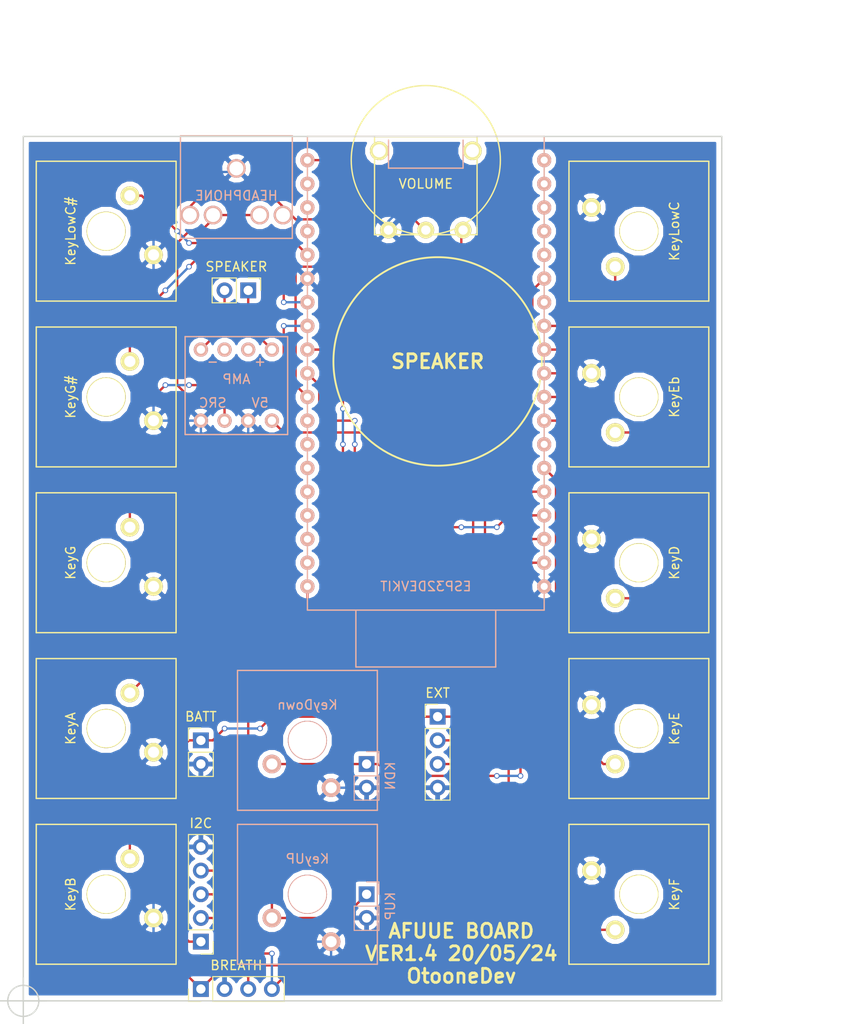
<source format=kicad_pcb>
(kicad_pcb (version 4) (host pcbnew 4.0.1-stable)

  (general
    (links 56)
    (no_connects 0)
    (area 110.414999 59.614999 185.495001 152.475001)
    (thickness 1.6)
    (drawings 13)
    (tracks 311)
    (zones 0)
    (modules 23)
    (nets 25)
  )

  (page A4)
  (layers
    (0 F.Cu signal)
    (31 B.Cu signal)
    (32 B.Adhes user)
    (33 F.Adhes user)
    (34 B.Paste user)
    (35 F.Paste user)
    (36 B.SilkS user)
    (37 F.SilkS user)
    (38 B.Mask user)
    (39 F.Mask user)
    (40 Dwgs.User user)
    (41 Cmts.User user)
    (42 Eco1.User user)
    (43 Eco2.User user)
    (44 Edge.Cuts user)
    (45 Margin user)
    (46 B.CrtYd user)
    (47 F.CrtYd user)
    (48 B.Fab user)
    (49 F.Fab user)
  )

  (setup
    (last_trace_width 0.25)
    (trace_clearance 0.2)
    (zone_clearance 0.508)
    (zone_45_only yes)
    (trace_min 0.2)
    (segment_width 0.2)
    (edge_width 0.15)
    (via_size 0.6)
    (via_drill 0.4)
    (via_min_size 0.4)
    (via_min_drill 0.3)
    (uvia_size 0.3)
    (uvia_drill 0.1)
    (uvias_allowed no)
    (uvia_min_size 0.2)
    (uvia_min_drill 0.1)
    (pcb_text_width 0.3)
    (pcb_text_size 1.5 1.5)
    (mod_edge_width 0.15)
    (mod_text_size 1 1)
    (mod_text_width 0.15)
    (pad_size 1.524 1.524)
    (pad_drill 0.762)
    (pad_to_mask_clearance 0.2)
    (aux_axis_origin 110.49 152.4)
    (visible_elements 7FFFFFFF)
    (pcbplotparams
      (layerselection 0x010fc_80000001)
      (usegerberextensions true)
      (excludeedgelayer true)
      (linewidth 0.100000)
      (plotframeref false)
      (viasonmask false)
      (mode 1)
      (useauxorigin false)
      (hpglpennumber 1)
      (hpglpenspeed 20)
      (hpglpendiameter 15)
      (hpglpenoverlay 2)
      (psnegative false)
      (psa4output false)
      (plotreference true)
      (plotvalue true)
      (plotinvisibletext false)
      (padsonsilk false)
      (subtractmaskfromsilk false)
      (outputformat 1)
      (mirror false)
      (drillshape 0)
      (scaleselection 1)
      (outputdirectory GERBER))
  )

  (net 0 "")
  (net 1 "Net-(P1-Pad1)")
  (net 2 GND)
  (net 3 "Net-(P1-Pad3)")
  (net 4 "Net-(P1-Pad4)")
  (net 5 "Net-(RV1-Pad3)")
  (net 6 "Net-(P2-Pad1)")
  (net 7 +5V)
  (net 8 "Net-(KeyA1-Pad1)")
  (net 9 "Net-(KeyB1-Pad1)")
  (net 10 "Net-(KeyD1-Pad1)")
  (net 11 "Net-(KeyDown1-Pad1)")
  (net 12 "Net-(KeyE1-Pad1)")
  (net 13 "Net-(KeyEb1-Pad1)")
  (net 14 "Net-(KeyF1-Pad1)")
  (net 15 "Net-(KeyG#1-Pad1)")
  (net 16 "Net-(KeyG1-Pad1)")
  (net 17 "Net-(KeyLowC#1-Pad1)")
  (net 18 "Net-(KeyLowC1-Pad1)")
  (net 19 "Net-(KeyUP1-Pad1)")
  (net 20 "Net-(P5-Pad2)")
  (net 21 "Net-(P5-Pad3)")
  (net 22 "Net-(P3-Pad2)")
  (net 23 "Net-(P3-Pad3)")
  (net 24 "Net-(P2-Pad2)")

  (net_class Default "これは標準のネット クラスです。"
    (clearance 0.2)
    (trace_width 0.25)
    (via_dia 0.6)
    (via_drill 0.4)
    (uvia_dia 0.3)
    (uvia_drill 0.1)
    (add_net +5V)
    (add_net GND)
    (add_net "Net-(KeyA1-Pad1)")
    (add_net "Net-(KeyB1-Pad1)")
    (add_net "Net-(KeyD1-Pad1)")
    (add_net "Net-(KeyDown1-Pad1)")
    (add_net "Net-(KeyE1-Pad1)")
    (add_net "Net-(KeyEb1-Pad1)")
    (add_net "Net-(KeyF1-Pad1)")
    (add_net "Net-(KeyG#1-Pad1)")
    (add_net "Net-(KeyG1-Pad1)")
    (add_net "Net-(KeyLowC#1-Pad1)")
    (add_net "Net-(KeyLowC1-Pad1)")
    (add_net "Net-(KeyUP1-Pad1)")
    (add_net "Net-(P1-Pad1)")
    (add_net "Net-(P1-Pad3)")
    (add_net "Net-(P1-Pad4)")
    (add_net "Net-(P2-Pad1)")
    (add_net "Net-(P2-Pad2)")
    (add_net "Net-(P3-Pad2)")
    (add_net "Net-(P3-Pad3)")
    (add_net "Net-(P5-Pad2)")
    (add_net "Net-(P5-Pad3)")
    (add_net "Net-(RV1-Pad3)")
  )

  (module esp32-devkit-c:ESP32-DEVKIT-C (layer B.Cu) (tedit 5EAEC16E) (tstamp 5E29BBBA)
    (at 153.67 85.09)
    (path /5E29A3F4)
    (fp_text reference ESP32DEVKIT (at 0 22.86) (layer B.SilkS)
      (effects (font (size 1 1) (thickness 0.15)) (justify mirror))
    )
    (fp_text value ESP32-DEVKIT-C (at 0 -20.32) (layer B.Fab)
      (effects (font (size 1 1) (thickness 0.15)) (justify mirror))
    )
    (fp_line (start 4 -25) (end 4 -22) (layer B.SilkS) (width 0.15))
    (fp_line (start 4 -22) (end -4 -22) (layer B.SilkS) (width 0.15))
    (fp_line (start -4 -22) (end -4 -25) (layer B.SilkS) (width 0.15))
    (fp_line (start -7.5 25.5) (end -7.5 31.5) (layer B.SilkS) (width 0.15))
    (fp_line (start -7.5 31.5) (end 7.5 31.5) (layer B.SilkS) (width 0.15))
    (fp_line (start 7.5 31.5) (end 7.5 25.5) (layer B.SilkS) (width 0.15))
    (fp_line (start -12.7 25.4) (end -12.7 -25.4) (layer B.SilkS) (width 0.15))
    (fp_line (start -12.7 -25.4) (end 12.7 -25.4) (layer B.SilkS) (width 0.15))
    (fp_line (start 12.7 -25.4) (end 12.7 25.4) (layer B.SilkS) (width 0.15))
    (fp_line (start 12.7 25.4) (end -12.7 25.4) (layer B.SilkS) (width 0.15))
    (pad 10 thru_hole circle (at -12.7 0) (size 1.524 1.524) (drill 0.762) (layers *.Cu *.Mask B.SilkS)
      (net 9 "Net-(KeyB1-Pad1)"))
    (pad 29 thru_hole circle (at 12.7 0) (size 1.524 1.524) (drill 0.762) (layers *.Cu *.Mask B.SilkS)
      (net 10 "Net-(KeyD1-Pad1)"))
    (pad 9 thru_hole circle (at -12.7 2.54) (size 1.524 1.524) (drill 0.762) (layers *.Cu *.Mask B.SilkS)
      (net 5 "Net-(RV1-Pad3)"))
    (pad 8 thru_hole circle (at -12.7 5.08) (size 1.524 1.524) (drill 0.762) (layers *.Cu *.Mask B.SilkS))
    (pad 7 thru_hole circle (at -12.7 7.62) (size 1.524 1.524) (drill 0.762) (layers *.Cu *.Mask B.SilkS))
    (pad 6 thru_hole circle (at -12.7 10.16) (size 1.524 1.524) (drill 0.762) (layers *.Cu *.Mask B.SilkS))
    (pad 5 thru_hole circle (at -12.7 12.7) (size 1.524 1.524) (drill 0.762) (layers *.Cu *.Mask B.SilkS))
    (pad 11 thru_hole circle (at -12.7 -2.54) (size 1.524 1.524) (drill 0.762) (layers *.Cu *.Mask B.SilkS)
      (net 8 "Net-(KeyA1-Pad1)"))
    (pad 12 thru_hole circle (at -12.7 -5.08) (size 1.524 1.524) (drill 0.762) (layers *.Cu *.Mask B.SilkS)
      (net 16 "Net-(KeyG1-Pad1)"))
    (pad 13 thru_hole circle (at -12.7 -7.62) (size 1.524 1.524) (drill 0.762) (layers *.Cu *.Mask B.SilkS)
      (net 15 "Net-(KeyG#1-Pad1)"))
    (pad 14 thru_hole circle (at -12.7 -10.16) (size 1.524 1.524) (drill 0.762) (layers *.Cu *.Mask B.SilkS)
      (net 2 GND))
    (pad 15 thru_hole circle (at -12.7 -12.7) (size 1.524 1.524) (drill 0.762) (layers *.Cu *.Mask B.SilkS)
      (net 17 "Net-(KeyLowC#1-Pad1)"))
    (pad 16 thru_hole circle (at -12.7 -15.24) (size 1.524 1.524) (drill 0.762) (layers *.Cu *.Mask B.SilkS))
    (pad 17 thru_hole circle (at -12.7 -17.78) (size 1.524 1.524) (drill 0.762) (layers *.Cu *.Mask B.SilkS))
    (pad 4 thru_hole circle (at -12.7 15.24) (size 1.524 1.524) (drill 0.762) (layers *.Cu *.Mask B.SilkS))
    (pad 3 thru_hole circle (at -12.7 17.78) (size 1.524 1.524) (drill 0.762) (layers *.Cu *.Mask B.SilkS))
    (pad 18 thru_hole circle (at -12.7 -20.32) (size 1.524 1.524) (drill 0.762) (layers *.Cu *.Mask B.SilkS))
    (pad 2 thru_hole circle (at -12.7 20.32) (size 1.524 1.524) (drill 0.762) (layers *.Cu *.Mask B.SilkS))
    (pad 1 thru_hole circle (at -12.7 22.86) (size 1.524 1.524) (drill 0.762) (layers *.Cu *.Mask B.SilkS)
      (net 1 "Net-(P1-Pad1)"))
    (pad 19 thru_hole circle (at -12.7 -22.86) (size 1.524 1.524) (drill 0.762) (layers *.Cu *.Mask B.SilkS)
      (net 7 +5V))
    (pad 20 thru_hole circle (at 12.7 -22.86) (size 1.524 1.524) (drill 0.762) (layers *.Cu *.Mask B.SilkS))
    (pad 21 thru_hole circle (at 12.7 -20.32) (size 1.524 1.524) (drill 0.762) (layers *.Cu *.Mask B.SilkS))
    (pad 22 thru_hole circle (at 12.7 -17.78) (size 1.524 1.524) (drill 0.762) (layers *.Cu *.Mask B.SilkS))
    (pad 23 thru_hole circle (at 12.7 -15.24) (size 1.524 1.524) (drill 0.762) (layers *.Cu *.Mask B.SilkS))
    (pad 24 thru_hole circle (at 12.7 -12.7) (size 1.524 1.524) (drill 0.762) (layers *.Cu *.Mask B.SilkS))
    (pad 25 thru_hole circle (at 12.7 -10.16) (size 1.524 1.524) (drill 0.762) (layers *.Cu *.Mask B.SilkS)
      (net 20 "Net-(P5-Pad2)"))
    (pad 26 thru_hole circle (at 12.7 -7.62) (size 1.524 1.524) (drill 0.762) (layers *.Cu *.Mask B.SilkS))
    (pad 27 thru_hole circle (at 12.7 -5.08) (size 1.524 1.524) (drill 0.762) (layers *.Cu *.Mask B.SilkS)
      (net 18 "Net-(KeyLowC1-Pad1)"))
    (pad 28 thru_hole circle (at 12.7 -2.54) (size 1.524 1.524) (drill 0.762) (layers *.Cu *.Mask B.SilkS)
      (net 13 "Net-(KeyEb1-Pad1)"))
    (pad 30 thru_hole circle (at 12.7 2.54) (size 1.524 1.524) (drill 0.762) (layers *.Cu *.Mask B.SilkS)
      (net 12 "Net-(KeyE1-Pad1)"))
    (pad 31 thru_hole circle (at 12.7 5.08) (size 1.524 1.524) (drill 0.762) (layers *.Cu *.Mask B.SilkS)
      (net 14 "Net-(KeyF1-Pad1)"))
    (pad 32 thru_hole circle (at 12.7 7.62) (size 1.524 1.524) (drill 0.762) (layers *.Cu *.Mask B.SilkS))
    (pad 33 thru_hole circle (at 12.7 10.16) (size 1.524 1.524) (drill 0.762) (layers *.Cu *.Mask B.SilkS)
      (net 4 "Net-(P1-Pad4)"))
    (pad 34 thru_hole circle (at 12.7 12.7) (size 1.524 1.524) (drill 0.762) (layers *.Cu *.Mask B.SilkS)
      (net 19 "Net-(KeyUP1-Pad1)"))
    (pad 35 thru_hole circle (at 12.7 15.24) (size 1.524 1.524) (drill 0.762) (layers *.Cu *.Mask B.SilkS)
      (net 21 "Net-(P5-Pad3)"))
    (pad 36 thru_hole circle (at 12.7 17.78) (size 1.524 1.524) (drill 0.762) (layers *.Cu *.Mask B.SilkS)
      (net 3 "Net-(P1-Pad3)"))
    (pad 37 thru_hole circle (at 12.7 20.32) (size 1.524 1.524) (drill 0.762) (layers *.Cu *.Mask B.SilkS)
      (net 11 "Net-(KeyDown1-Pad1)"))
    (pad 38 thru_hole circle (at 12.7 22.86) (size 1.524 1.524) (drill 0.762) (layers *.Cu *.Mask B.SilkS)
      (net 2 GND))
  )

  (module R1001-N16:R1001-N16 (layer F.Cu) (tedit 5EAEC1C7) (tstamp 5E32D5FE)
    (at 153.67 62.23)
    (path /5E29DB7A)
    (fp_text reference VOLUME (at 0 2.54) (layer F.SilkS)
      (effects (font (size 1 1) (thickness 0.15)))
    )
    (fp_text value POT (at 0 -3.5) (layer F.Fab)
      (effects (font (size 1 1) (thickness 0.15)))
    )
    (fp_line (start -5.5 8) (end 5.5 8) (layer F.SilkS) (width 0.15))
    (fp_line (start 5.5 8) (end 5.5 -2.5) (layer F.SilkS) (width 0.15))
    (fp_line (start 5.5 -2.5) (end -5.5 -2.5) (layer F.SilkS) (width 0.15))
    (fp_line (start -5.5 -2.5) (end -5.5 8) (layer F.SilkS) (width 0.15))
    (fp_circle (center 0 0) (end 0 8) (layer F.SilkS) (width 0.15))
    (pad "" thru_hole circle (at 5 -1) (size 2 2) (drill 1.4) (layers *.Cu *.Mask F.SilkS))
    (pad 3 thru_hole circle (at 4 7.5) (size 1.8 1.8) (drill 1) (layers *.Cu *.Mask F.SilkS)
      (net 5 "Net-(RV1-Pad3)"))
    (pad 2 thru_hole circle (at 0 7.5) (size 1.8 1.8) (drill 1) (layers *.Cu *.Mask F.SilkS)
      (net 22 "Net-(P3-Pad2)"))
    (pad 1 thru_hole circle (at -4 7.5) (size 1.8 1.8) (drill 1) (layers *.Cu *.Mask F.SilkS)
      (net 2 GND))
    (pad "" thru_hole circle (at -5 -1) (size 2 2) (drill 1.4) (layers *.Cu *.Mask F.SilkS))
  )

  (module CherryMX-Switch:CherryMX-Switch (layer F.Cu) (tedit 5EAEC1BD) (tstamp 5E29BB43)
    (at 119.38 69.85 270)
    (path /5E29A443)
    (fp_text reference KeyLowC# (at 0 3.81 270) (layer F.SilkS)
      (effects (font (size 1 1) (thickness 0.15)))
    )
    (fp_text value KeyLowC# (at 1.27 -2.54 270) (layer F.Fab)
      (effects (font (size 1 1) (thickness 0.15)))
    )
    (fp_line (start -7.5 -7.5) (end 7.5 -7.5) (layer F.SilkS) (width 0.15))
    (fp_line (start 7.5 -7.5) (end 7.5 7.5) (layer F.SilkS) (width 0.15))
    (fp_line (start 7.5 7.5) (end -7.5 7.5) (layer F.SilkS) (width 0.15))
    (fp_line (start -7.5 7.5) (end -7.5 -7.5) (layer F.SilkS) (width 0.15))
    (pad 1 thru_hole circle (at -3.81 -2.54 270) (size 2 2) (drill 1.2) (layers *.Cu *.Mask F.SilkS)
      (net 17 "Net-(KeyLowC#1-Pad1)"))
    (pad 2 thru_hole circle (at 2.54 -5.08 270) (size 2 2) (drill 1.2) (layers *.Cu *.Mask F.SilkS)
      (net 2 GND))
    (pad 3 thru_hole circle (at 0 0 270) (size 4.2 4.2) (drill 4) (layers *.Cu *.Mask F.SilkS))
  )

  (module Pin_Headers:Pin_Header_Straight_1x04_Pitch2.54mm (layer F.Cu) (tedit 5EAEC124) (tstamp 5E29BB1F)
    (at 129.54 151.13 90)
    (descr "Through hole straight pin header, 1x04, 2.54mm pitch, single row")
    (tags "Through hole pin header THT 1x04 2.54mm single row")
    (path /5E29C855)
    (fp_text reference BREATH (at 2.54 3.81 180) (layer F.SilkS)
      (effects (font (size 1 1) (thickness 0.15)))
    )
    (fp_text value SENSOR (at 0 9.95 90) (layer F.Fab)
      (effects (font (size 1 1) (thickness 0.15)))
    )
    (fp_line (start -0.635 -1.27) (end 1.27 -1.27) (layer F.Fab) (width 0.1))
    (fp_line (start 1.27 -1.27) (end 1.27 8.89) (layer F.Fab) (width 0.1))
    (fp_line (start 1.27 8.89) (end -1.27 8.89) (layer F.Fab) (width 0.1))
    (fp_line (start -1.27 8.89) (end -1.27 -0.635) (layer F.Fab) (width 0.1))
    (fp_line (start -1.27 -0.635) (end -0.635 -1.27) (layer F.Fab) (width 0.1))
    (fp_line (start -1.33 8.95) (end 1.33 8.95) (layer F.SilkS) (width 0.12))
    (fp_line (start -1.33 1.27) (end -1.33 8.95) (layer F.SilkS) (width 0.12))
    (fp_line (start 1.33 1.27) (end 1.33 8.95) (layer F.SilkS) (width 0.12))
    (fp_line (start -1.33 1.27) (end 1.33 1.27) (layer F.SilkS) (width 0.12))
    (fp_line (start -1.33 0) (end -1.33 -1.33) (layer F.SilkS) (width 0.12))
    (fp_line (start -1.33 -1.33) (end 0 -1.33) (layer F.SilkS) (width 0.12))
    (fp_line (start -1.8 -1.8) (end -1.8 9.4) (layer F.CrtYd) (width 0.05))
    (fp_line (start -1.8 9.4) (end 1.8 9.4) (layer F.CrtYd) (width 0.05))
    (fp_line (start 1.8 9.4) (end 1.8 -1.8) (layer F.CrtYd) (width 0.05))
    (fp_line (start 1.8 -1.8) (end -1.8 -1.8) (layer F.CrtYd) (width 0.05))
    (fp_text user %R (at 0 3.81 180) (layer F.Fab)
      (effects (font (size 1 1) (thickness 0.15)))
    )
    (pad 1 thru_hole rect (at 0 0 90) (size 1.7 1.7) (drill 1) (layers *.Cu *.Mask)
      (net 1 "Net-(P1-Pad1)"))
    (pad 2 thru_hole oval (at 0 2.54 90) (size 1.7 1.7) (drill 1) (layers *.Cu *.Mask)
      (net 2 GND))
    (pad 3 thru_hole oval (at 0 5.08 90) (size 1.7 1.7) (drill 1) (layers *.Cu *.Mask)
      (net 3 "Net-(P1-Pad3)"))
    (pad 4 thru_hole oval (at 0 7.62 90) (size 1.7 1.7) (drill 1) (layers *.Cu *.Mask)
      (net 4 "Net-(P1-Pad4)"))
    (model ${KISYS3DMOD}/Pin_Headers.3dshapes/Pin_Header_Straight_1x04_Pitch2.54mm.wrl
      (at (xyz 0 0 0))
      (scale (xyz 1 1 1))
      (rotate (xyz 0 0 0))
    )
  )

  (module Pin_Headers:Pin_Header_Straight_1x02_Pitch2.54mm (layer F.Cu) (tedit 5EAEC1AD) (tstamp 5E29BB25)
    (at 134.62 76.2 270)
    (descr "Through hole straight pin header, 1x02, 2.54mm pitch, single row")
    (tags "Through hole pin header THT 1x02 2.54mm single row")
    (path /5E29EA6F)
    (fp_text reference SPEAKER (at -2.54 1.27 360) (layer F.SilkS)
      (effects (font (size 1 1) (thickness 0.15)))
    )
    (fp_text value SPEAKER (at 0 4.87 270) (layer F.Fab)
      (effects (font (size 1 1) (thickness 0.15)))
    )
    (fp_line (start -0.635 -1.27) (end 1.27 -1.27) (layer F.Fab) (width 0.1))
    (fp_line (start 1.27 -1.27) (end 1.27 3.81) (layer F.Fab) (width 0.1))
    (fp_line (start 1.27 3.81) (end -1.27 3.81) (layer F.Fab) (width 0.1))
    (fp_line (start -1.27 3.81) (end -1.27 -0.635) (layer F.Fab) (width 0.1))
    (fp_line (start -1.27 -0.635) (end -0.635 -1.27) (layer F.Fab) (width 0.1))
    (fp_line (start -1.33 3.87) (end 1.33 3.87) (layer F.SilkS) (width 0.12))
    (fp_line (start -1.33 1.27) (end -1.33 3.87) (layer F.SilkS) (width 0.12))
    (fp_line (start 1.33 1.27) (end 1.33 3.87) (layer F.SilkS) (width 0.12))
    (fp_line (start -1.33 1.27) (end 1.33 1.27) (layer F.SilkS) (width 0.12))
    (fp_line (start -1.33 0) (end -1.33 -1.33) (layer F.SilkS) (width 0.12))
    (fp_line (start -1.33 -1.33) (end 0 -1.33) (layer F.SilkS) (width 0.12))
    (fp_line (start -1.8 -1.8) (end -1.8 4.35) (layer F.CrtYd) (width 0.05))
    (fp_line (start -1.8 4.35) (end 1.8 4.35) (layer F.CrtYd) (width 0.05))
    (fp_line (start 1.8 4.35) (end 1.8 -1.8) (layer F.CrtYd) (width 0.05))
    (fp_line (start 1.8 -1.8) (end -1.8 -1.8) (layer F.CrtYd) (width 0.05))
    (fp_text user %R (at 0 1.27 360) (layer F.Fab)
      (effects (font (size 1 1) (thickness 0.15)))
    )
    (pad 1 thru_hole rect (at 0 0 270) (size 1.7 1.7) (drill 1) (layers *.Cu *.Mask)
      (net 6 "Net-(P2-Pad1)"))
    (pad 2 thru_hole oval (at 0 2.54 270) (size 1.7 1.7) (drill 1) (layers *.Cu *.Mask)
      (net 24 "Net-(P2-Pad2)"))
    (model ${KISYS3DMOD}/Pin_Headers.3dshapes/Pin_Header_Straight_1x02_Pitch2.54mm.wrl
      (at (xyz 0 0 0))
      (scale (xyz 1 1 1))
      (rotate (xyz 0 0 0))
    )
  )

  (module "HPJack_PJ307:PJ-307 AudioJack" (layer B.Cu) (tedit 5EAEC1B5) (tstamp 5E29BB2E)
    (at 133.35 71.12 180)
    (path /5E29EC6C)
    (fp_text reference HEADPHONE (at 0 5.08 180) (layer B.SilkS)
      (effects (font (size 1 1) (thickness 0.15)) (justify mirror))
    )
    (fp_text value HEADPHONE (at 0 6 180) (layer B.Fab)
      (effects (font (size 1 1) (thickness 0.15)) (justify mirror))
    )
    (fp_line (start -6 11.5) (end 6 11.5) (layer B.SilkS) (width 0.15))
    (fp_line (start 6 11.5) (end 6 0.5) (layer B.SilkS) (width 0.15))
    (fp_line (start 6 0.5) (end -6 0.5) (layer B.SilkS) (width 0.15))
    (fp_line (start -6 0.5) (end -6 11.5) (layer B.SilkS) (width 0.15))
    (pad 1 thru_hole circle (at 0 8 180) (size 2 2) (drill 1.5) (layers *.Cu *.Mask B.SilkS)
      (net 2 GND))
    (pad 2 thru_hole circle (at -5 3 180) (size 2 2) (drill 1.5) (layers *.Cu *.Mask B.SilkS)
      (net 22 "Net-(P3-Pad2)"))
    (pad 3 thru_hole circle (at -2.5 3 180) (size 2 2) (drill 1.5) (layers *.Cu *.Mask B.SilkS)
      (net 23 "Net-(P3-Pad3)"))
    (pad 4 thru_hole circle (at 2.5 3 180) (size 2 2) (drill 1.5) (layers *.Cu *.Mask B.SilkS)
      (net 23 "Net-(P3-Pad3)"))
    (pad 5 thru_hole circle (at 5 3 180) (size 2 2) (drill 1.5) (layers *.Cu *.Mask B.SilkS)
      (net 22 "Net-(P3-Pad2)"))
  )

  (module CherryMX-Switch:CherryMX-Switch (layer F.Cu) (tedit 5EAEC18D) (tstamp 5E29BB4A)
    (at 119.38 87.63 270)
    (path /5E29AD34)
    (fp_text reference KeyG# (at 0 3.81 270) (layer F.SilkS)
      (effects (font (size 1 1) (thickness 0.15)))
    )
    (fp_text value KeyG# (at 1.27 -2.54 270) (layer F.Fab)
      (effects (font (size 1 1) (thickness 0.15)))
    )
    (fp_line (start -7.5 -7.5) (end 7.5 -7.5) (layer F.SilkS) (width 0.15))
    (fp_line (start 7.5 -7.5) (end 7.5 7.5) (layer F.SilkS) (width 0.15))
    (fp_line (start 7.5 7.5) (end -7.5 7.5) (layer F.SilkS) (width 0.15))
    (fp_line (start -7.5 7.5) (end -7.5 -7.5) (layer F.SilkS) (width 0.15))
    (pad 1 thru_hole circle (at -3.81 -2.54 270) (size 2 2) (drill 1.2) (layers *.Cu *.Mask F.SilkS)
      (net 15 "Net-(KeyG#1-Pad1)"))
    (pad 2 thru_hole circle (at 2.54 -5.08 270) (size 2 2) (drill 1.2) (layers *.Cu *.Mask F.SilkS)
      (net 2 GND))
    (pad 3 thru_hole circle (at 0 0 270) (size 4.2 4.2) (drill 4) (layers *.Cu *.Mask F.SilkS))
  )

  (module CherryMX-Switch:CherryMX-Switch (layer F.Cu) (tedit 5EAEC195) (tstamp 5E29BB51)
    (at 119.38 105.41 270)
    (path /5E29AD57)
    (fp_text reference KeyG (at 0 3.81 270) (layer F.SilkS)
      (effects (font (size 1 1) (thickness 0.15)))
    )
    (fp_text value KeyG (at 1.27 -2.54 270) (layer F.Fab)
      (effects (font (size 1 1) (thickness 0.15)))
    )
    (fp_line (start -7.5 -7.5) (end 7.5 -7.5) (layer F.SilkS) (width 0.15))
    (fp_line (start 7.5 -7.5) (end 7.5 7.5) (layer F.SilkS) (width 0.15))
    (fp_line (start 7.5 7.5) (end -7.5 7.5) (layer F.SilkS) (width 0.15))
    (fp_line (start -7.5 7.5) (end -7.5 -7.5) (layer F.SilkS) (width 0.15))
    (pad 1 thru_hole circle (at -3.81 -2.54 270) (size 2 2) (drill 1.2) (layers *.Cu *.Mask F.SilkS)
      (net 16 "Net-(KeyG1-Pad1)"))
    (pad 2 thru_hole circle (at 2.54 -5.08 270) (size 2 2) (drill 1.2) (layers *.Cu *.Mask F.SilkS)
      (net 2 GND))
    (pad 3 thru_hole circle (at 0 0 270) (size 4.2 4.2) (drill 4) (layers *.Cu *.Mask F.SilkS))
  )

  (module CherryMX-Switch:CherryMX-Switch (layer F.Cu) (tedit 5EAEC106) (tstamp 5E29BB58)
    (at 119.38 123.19 270)
    (path /5E29AD8A)
    (fp_text reference KeyA (at 0 3.81 270) (layer F.SilkS)
      (effects (font (size 1 1) (thickness 0.15)))
    )
    (fp_text value KeyA (at 1.27 -2.54 270) (layer F.Fab)
      (effects (font (size 1 1) (thickness 0.15)))
    )
    (fp_line (start -7.5 -7.5) (end 7.5 -7.5) (layer F.SilkS) (width 0.15))
    (fp_line (start 7.5 -7.5) (end 7.5 7.5) (layer F.SilkS) (width 0.15))
    (fp_line (start 7.5 7.5) (end -7.5 7.5) (layer F.SilkS) (width 0.15))
    (fp_line (start -7.5 7.5) (end -7.5 -7.5) (layer F.SilkS) (width 0.15))
    (pad 1 thru_hole circle (at -3.81 -2.54 270) (size 2 2) (drill 1.2) (layers *.Cu *.Mask F.SilkS)
      (net 8 "Net-(KeyA1-Pad1)"))
    (pad 2 thru_hole circle (at 2.54 -5.08 270) (size 2 2) (drill 1.2) (layers *.Cu *.Mask F.SilkS)
      (net 2 GND))
    (pad 3 thru_hole circle (at 0 0 270) (size 4.2 4.2) (drill 4) (layers *.Cu *.Mask F.SilkS))
  )

  (module CherryMX-Switch:CherryMX-Switch (layer F.Cu) (tedit 5EAEC0FE) (tstamp 5E29BB5F)
    (at 119.38 140.97 270)
    (path /5E29ADBD)
    (fp_text reference KeyB (at 0 3.81 270) (layer F.SilkS)
      (effects (font (size 1 1) (thickness 0.15)))
    )
    (fp_text value KeyB (at 1.27 -2.54 270) (layer F.Fab)
      (effects (font (size 1 1) (thickness 0.15)))
    )
    (fp_line (start -7.5 -7.5) (end 7.5 -7.5) (layer F.SilkS) (width 0.15))
    (fp_line (start 7.5 -7.5) (end 7.5 7.5) (layer F.SilkS) (width 0.15))
    (fp_line (start 7.5 7.5) (end -7.5 7.5) (layer F.SilkS) (width 0.15))
    (fp_line (start -7.5 7.5) (end -7.5 -7.5) (layer F.SilkS) (width 0.15))
    (pad 1 thru_hole circle (at -3.81 -2.54 270) (size 2 2) (drill 1.2) (layers *.Cu *.Mask F.SilkS)
      (net 9 "Net-(KeyB1-Pad1)"))
    (pad 2 thru_hole circle (at 2.54 -5.08 270) (size 2 2) (drill 1.2) (layers *.Cu *.Mask F.SilkS)
      (net 2 GND))
    (pad 3 thru_hole circle (at 0 0 270) (size 4.2 4.2) (drill 4) (layers *.Cu *.Mask F.SilkS))
  )

  (module CherryMX-Switch:CherryMX-Switch (layer F.Cu) (tedit 5EAEC1CF) (tstamp 5E29BB66)
    (at 176.53 69.85 90)
    (path /5E29ADEA)
    (fp_text reference KeyLowC (at 0 3.81 90) (layer F.SilkS)
      (effects (font (size 1 1) (thickness 0.15)))
    )
    (fp_text value KeyLowC (at 1.27 -2.54 90) (layer F.Fab)
      (effects (font (size 1 1) (thickness 0.15)))
    )
    (fp_line (start -7.5 -7.5) (end 7.5 -7.5) (layer F.SilkS) (width 0.15))
    (fp_line (start 7.5 -7.5) (end 7.5 7.5) (layer F.SilkS) (width 0.15))
    (fp_line (start 7.5 7.5) (end -7.5 7.5) (layer F.SilkS) (width 0.15))
    (fp_line (start -7.5 7.5) (end -7.5 -7.5) (layer F.SilkS) (width 0.15))
    (pad 1 thru_hole circle (at -3.81 -2.54 90) (size 2 2) (drill 1.2) (layers *.Cu *.Mask F.SilkS)
      (net 18 "Net-(KeyLowC1-Pad1)"))
    (pad 2 thru_hole circle (at 2.54 -5.08 90) (size 2 2) (drill 1.2) (layers *.Cu *.Mask F.SilkS)
      (net 2 GND))
    (pad 3 thru_hole circle (at 0 0 90) (size 4.2 4.2) (drill 4) (layers *.Cu *.Mask F.SilkS))
  )

  (module CherryMX-Switch:CherryMX-Switch (layer F.Cu) (tedit 5EAEC186) (tstamp 5E29BB6D)
    (at 176.53 87.63 90)
    (path /5E29AE19)
    (fp_text reference KeyEb (at 0 3.81 90) (layer F.SilkS)
      (effects (font (size 1 1) (thickness 0.15)))
    )
    (fp_text value KeyEb (at 1.27 -2.54 90) (layer F.Fab)
      (effects (font (size 1 1) (thickness 0.15)))
    )
    (fp_line (start -7.5 -7.5) (end 7.5 -7.5) (layer F.SilkS) (width 0.15))
    (fp_line (start 7.5 -7.5) (end 7.5 7.5) (layer F.SilkS) (width 0.15))
    (fp_line (start 7.5 7.5) (end -7.5 7.5) (layer F.SilkS) (width 0.15))
    (fp_line (start -7.5 7.5) (end -7.5 -7.5) (layer F.SilkS) (width 0.15))
    (pad 1 thru_hole circle (at -3.81 -2.54 90) (size 2 2) (drill 1.2) (layers *.Cu *.Mask F.SilkS)
      (net 13 "Net-(KeyEb1-Pad1)"))
    (pad 2 thru_hole circle (at 2.54 -5.08 90) (size 2 2) (drill 1.2) (layers *.Cu *.Mask F.SilkS)
      (net 2 GND))
    (pad 3 thru_hole circle (at 0 0 90) (size 4.2 4.2) (drill 4) (layers *.Cu *.Mask F.SilkS))
  )

  (module CherryMX-Switch:CherryMX-Switch (layer F.Cu) (tedit 5EAEC17E) (tstamp 5E29BB74)
    (at 176.53 105.41 90)
    (path /5E29AE54)
    (fp_text reference KeyD (at 0 3.81 90) (layer F.SilkS)
      (effects (font (size 1 1) (thickness 0.15)))
    )
    (fp_text value KeyD (at 1.27 -2.54 90) (layer F.Fab)
      (effects (font (size 1 1) (thickness 0.15)))
    )
    (fp_line (start -7.5 -7.5) (end 7.5 -7.5) (layer F.SilkS) (width 0.15))
    (fp_line (start 7.5 -7.5) (end 7.5 7.5) (layer F.SilkS) (width 0.15))
    (fp_line (start 7.5 7.5) (end -7.5 7.5) (layer F.SilkS) (width 0.15))
    (fp_line (start -7.5 7.5) (end -7.5 -7.5) (layer F.SilkS) (width 0.15))
    (pad 1 thru_hole circle (at -3.81 -2.54 90) (size 2 2) (drill 1.2) (layers *.Cu *.Mask F.SilkS)
      (net 10 "Net-(KeyD1-Pad1)"))
    (pad 2 thru_hole circle (at 2.54 -5.08 90) (size 2 2) (drill 1.2) (layers *.Cu *.Mask F.SilkS)
      (net 2 GND))
    (pad 3 thru_hole circle (at 0 0 90) (size 4.2 4.2) (drill 4) (layers *.Cu *.Mask F.SilkS))
  )

  (module CherryMX-Switch:CherryMX-Switch (layer F.Cu) (tedit 5EAEC3A4) (tstamp 5E29BB7B)
    (at 176.53 123.19 90)
    (path /5E29AEDC)
    (fp_text reference KeyE (at 0 3.81 90) (layer F.SilkS)
      (effects (font (size 1 1) (thickness 0.15)))
    )
    (fp_text value KeyE (at 1.27 -2.54 90) (layer F.Fab)
      (effects (font (size 1 1) (thickness 0.15)))
    )
    (fp_line (start -7.5 -7.5) (end 7.5 -7.5) (layer F.SilkS) (width 0.15))
    (fp_line (start 7.5 -7.5) (end 7.5 7.5) (layer F.SilkS) (width 0.15))
    (fp_line (start 7.5 7.5) (end -7.5 7.5) (layer F.SilkS) (width 0.15))
    (fp_line (start -7.5 7.5) (end -7.5 -7.5) (layer F.SilkS) (width 0.15))
    (pad 1 thru_hole circle (at -3.81 -2.54 90) (size 2 2) (drill 1.2) (layers *.Cu *.Mask F.SilkS)
      (net 12 "Net-(KeyE1-Pad1)"))
    (pad 2 thru_hole circle (at 2.54 -5.08 90) (size 2 2) (drill 1.2) (layers *.Cu *.Mask F.SilkS)
      (net 2 GND))
    (pad 3 thru_hole circle (at 0 0 90) (size 4.2 4.2) (drill 4) (layers *.Cu *.Mask F.SilkS))
  )

  (module CherryMX-Switch:CherryMX-Switch (layer F.Cu) (tedit 5EAEC0E5) (tstamp 5E29BB82)
    (at 176.53 140.97 90)
    (path /5E29AF15)
    (fp_text reference KeyF (at 0 3.81 90) (layer F.SilkS)
      (effects (font (size 1 1) (thickness 0.15)))
    )
    (fp_text value KeyF (at 1.27 -2.54 90) (layer F.Fab)
      (effects (font (size 1 1) (thickness 0.15)))
    )
    (fp_line (start -7.5 -7.5) (end 7.5 -7.5) (layer F.SilkS) (width 0.15))
    (fp_line (start 7.5 -7.5) (end 7.5 7.5) (layer F.SilkS) (width 0.15))
    (fp_line (start 7.5 7.5) (end -7.5 7.5) (layer F.SilkS) (width 0.15))
    (fp_line (start -7.5 7.5) (end -7.5 -7.5) (layer F.SilkS) (width 0.15))
    (pad 1 thru_hole circle (at -3.81 -2.54 90) (size 2 2) (drill 1.2) (layers *.Cu *.Mask F.SilkS)
      (net 14 "Net-(KeyF1-Pad1)"))
    (pad 2 thru_hole circle (at 2.54 -5.08 90) (size 2 2) (drill 1.2) (layers *.Cu *.Mask F.SilkS)
      (net 2 GND))
    (pad 3 thru_hole circle (at 0 0 90) (size 4.2 4.2) (drill 4) (layers *.Cu *.Mask F.SilkS))
  )

  (module CherryMX-Switch:CherryMX-Switch (layer B.Cu) (tedit 5EAEC0ED) (tstamp 5E29BB89)
    (at 140.97 140.97)
    (path /5E29AF4C)
    (fp_text reference KeyUP (at 0 -3.81) (layer B.SilkS)
      (effects (font (size 1 1) (thickness 0.15)) (justify mirror))
    )
    (fp_text value KeyUp (at 1.27 2.54) (layer B.Fab)
      (effects (font (size 1 1) (thickness 0.15)) (justify mirror))
    )
    (fp_line (start -7.5 7.5) (end 7.5 7.5) (layer B.SilkS) (width 0.15))
    (fp_line (start 7.5 7.5) (end 7.5 -7.5) (layer B.SilkS) (width 0.15))
    (fp_line (start 7.5 -7.5) (end -7.5 -7.5) (layer B.SilkS) (width 0.15))
    (fp_line (start -7.5 -7.5) (end -7.5 7.5) (layer B.SilkS) (width 0.15))
    (pad 1 thru_hole circle (at -3.81 2.54) (size 2 2) (drill 1.2) (layers *.Cu *.Mask B.SilkS)
      (net 19 "Net-(KeyUP1-Pad1)"))
    (pad 2 thru_hole circle (at 2.54 5.08) (size 2 2) (drill 1.2) (layers *.Cu *.Mask B.SilkS)
      (net 2 GND))
    (pad 3 thru_hole circle (at 0 0) (size 4.2 4.2) (drill 4) (layers *.Cu *.Mask B.SilkS))
  )

  (module CherryMX-Switch:CherryMX-Switch (layer B.Cu) (tedit 5EAEC0F4) (tstamp 5E29BB90)
    (at 140.97 124.46)
    (path /5E29AF79)
    (fp_text reference KeyDown (at 0 -3.81) (layer B.SilkS)
      (effects (font (size 1 1) (thickness 0.15)) (justify mirror))
    )
    (fp_text value KeyDown (at 1.27 2.54) (layer B.Fab)
      (effects (font (size 1 1) (thickness 0.15)) (justify mirror))
    )
    (fp_line (start -7.5 7.5) (end 7.5 7.5) (layer B.SilkS) (width 0.15))
    (fp_line (start 7.5 7.5) (end 7.5 -7.5) (layer B.SilkS) (width 0.15))
    (fp_line (start 7.5 -7.5) (end -7.5 -7.5) (layer B.SilkS) (width 0.15))
    (fp_line (start -7.5 -7.5) (end -7.5 7.5) (layer B.SilkS) (width 0.15))
    (pad 1 thru_hole circle (at -3.81 2.54) (size 2 2) (drill 1.2) (layers *.Cu *.Mask B.SilkS)
      (net 11 "Net-(KeyDown1-Pad1)"))
    (pad 2 thru_hole circle (at 2.54 5.08) (size 2 2) (drill 1.2) (layers *.Cu *.Mask B.SilkS)
      (net 2 GND))
    (pad 3 thru_hole circle (at 0 0) (size 4.2 4.2) (drill 4) (layers *.Cu *.Mask B.SilkS))
  )

  (module Pin_Headers:Pin_Header_Straight_1x02_Pitch2.54mm (layer F.Cu) (tedit 5EAEC1E2) (tstamp 5E36D568)
    (at 129.54 124.46)
    (descr "Through hole straight pin header, 1x02, 2.54mm pitch, single row")
    (tags "Through hole pin header THT 1x02 2.54mm single row")
    (path /5E36D9ED)
    (fp_text reference BATT (at 0 -2.54) (layer F.SilkS)
      (effects (font (size 1 1) (thickness 0.15)))
    )
    (fp_text value EXT-POWER (at 0 4.87) (layer F.Fab)
      (effects (font (size 1 1) (thickness 0.15)))
    )
    (fp_line (start -0.635 -1.27) (end 1.27 -1.27) (layer F.Fab) (width 0.1))
    (fp_line (start 1.27 -1.27) (end 1.27 3.81) (layer F.Fab) (width 0.1))
    (fp_line (start 1.27 3.81) (end -1.27 3.81) (layer F.Fab) (width 0.1))
    (fp_line (start -1.27 3.81) (end -1.27 -0.635) (layer F.Fab) (width 0.1))
    (fp_line (start -1.27 -0.635) (end -0.635 -1.27) (layer F.Fab) (width 0.1))
    (fp_line (start -1.33 3.87) (end 1.33 3.87) (layer F.SilkS) (width 0.12))
    (fp_line (start -1.33 1.27) (end -1.33 3.87) (layer F.SilkS) (width 0.12))
    (fp_line (start 1.33 1.27) (end 1.33 3.87) (layer F.SilkS) (width 0.12))
    (fp_line (start -1.33 1.27) (end 1.33 1.27) (layer F.SilkS) (width 0.12))
    (fp_line (start -1.33 0) (end -1.33 -1.33) (layer F.SilkS) (width 0.12))
    (fp_line (start -1.33 -1.33) (end 0 -1.33) (layer F.SilkS) (width 0.12))
    (fp_line (start -1.8 -1.8) (end -1.8 4.35) (layer F.CrtYd) (width 0.05))
    (fp_line (start -1.8 4.35) (end 1.8 4.35) (layer F.CrtYd) (width 0.05))
    (fp_line (start 1.8 4.35) (end 1.8 -1.8) (layer F.CrtYd) (width 0.05))
    (fp_line (start 1.8 -1.8) (end -1.8 -1.8) (layer F.CrtYd) (width 0.05))
    (fp_text user %R (at 0 1.27 90) (layer F.Fab)
      (effects (font (size 1 1) (thickness 0.15)))
    )
    (pad 1 thru_hole rect (at 0 0) (size 1.7 1.7) (drill 1) (layers *.Cu *.Mask)
      (net 7 +5V))
    (pad 2 thru_hole oval (at 0 2.54) (size 1.7 1.7) (drill 1) (layers *.Cu *.Mask)
      (net 2 GND))
    (model ${KISYS3DMOD}/Pin_Headers.3dshapes/Pin_Header_Straight_1x02_Pitch2.54mm.wrl
      (at (xyz 0 0 0))
      (scale (xyz 1 1 1))
      (rotate (xyz 0 0 0))
    )
  )

  (module Pin_Headers:Pin_Header_Straight_1x02_Pitch2.54mm (layer B.Cu) (tedit 5EAEC3C0) (tstamp 5E53CBB0)
    (at 147.32 127 180)
    (descr "Through hole straight pin header, 1x02, 2.54mm pitch, single row")
    (tags "Through hole pin header THT 1x02 2.54mm single row")
    (path /5E53C8D7)
    (fp_text reference KDN (at -2.54 -1.27 270) (layer B.SilkS)
      (effects (font (size 1 1) (thickness 0.15)) (justify mirror))
    )
    (fp_text value KeyDown2 (at 0 -4.87 180) (layer B.Fab)
      (effects (font (size 1 1) (thickness 0.15)) (justify mirror))
    )
    (fp_line (start -0.635 1.27) (end 1.27 1.27) (layer B.Fab) (width 0.1))
    (fp_line (start 1.27 1.27) (end 1.27 -3.81) (layer B.Fab) (width 0.1))
    (fp_line (start 1.27 -3.81) (end -1.27 -3.81) (layer B.Fab) (width 0.1))
    (fp_line (start -1.27 -3.81) (end -1.27 0.635) (layer B.Fab) (width 0.1))
    (fp_line (start -1.27 0.635) (end -0.635 1.27) (layer B.Fab) (width 0.1))
    (fp_line (start -1.33 -3.87) (end 1.33 -3.87) (layer B.SilkS) (width 0.12))
    (fp_line (start -1.33 -1.27) (end -1.33 -3.87) (layer B.SilkS) (width 0.12))
    (fp_line (start 1.33 -1.27) (end 1.33 -3.87) (layer B.SilkS) (width 0.12))
    (fp_line (start -1.33 -1.27) (end 1.33 -1.27) (layer B.SilkS) (width 0.12))
    (fp_line (start -1.33 0) (end -1.33 1.33) (layer B.SilkS) (width 0.12))
    (fp_line (start -1.33 1.33) (end 0 1.33) (layer B.SilkS) (width 0.12))
    (fp_line (start -1.8 1.8) (end -1.8 -4.35) (layer B.CrtYd) (width 0.05))
    (fp_line (start -1.8 -4.35) (end 1.8 -4.35) (layer B.CrtYd) (width 0.05))
    (fp_line (start 1.8 -4.35) (end 1.8 1.8) (layer B.CrtYd) (width 0.05))
    (fp_line (start 1.8 1.8) (end -1.8 1.8) (layer B.CrtYd) (width 0.05))
    (fp_text user %R (at 0 -1.27 450) (layer B.Fab)
      (effects (font (size 1 1) (thickness 0.15)) (justify mirror))
    )
    (pad 1 thru_hole rect (at 0 0 180) (size 1.7 1.7) (drill 1) (layers *.Cu *.Mask)
      (net 11 "Net-(KeyDown1-Pad1)"))
    (pad 2 thru_hole oval (at 0 -2.54 180) (size 1.7 1.7) (drill 1) (layers *.Cu *.Mask)
      (net 2 GND))
    (model ${KISYS3DMOD}/Pin_Headers.3dshapes/Pin_Header_Straight_1x02_Pitch2.54mm.wrl
      (at (xyz 0 0 0))
      (scale (xyz 1 1 1))
      (rotate (xyz 0 0 0))
    )
  )

  (module Pin_Headers:Pin_Header_Straight_1x02_Pitch2.54mm (layer B.Cu) (tedit 5EAEC3CC) (tstamp 5E53CBB6)
    (at 147.32 140.97 180)
    (descr "Through hole straight pin header, 1x02, 2.54mm pitch, single row")
    (tags "Through hole pin header THT 1x02 2.54mm single row")
    (path /5E53C86A)
    (fp_text reference KUP (at -2.54 -1.27 270) (layer B.SilkS)
      (effects (font (size 1 1) (thickness 0.15)) (justify mirror))
    )
    (fp_text value KeyUp2 (at 0 -4.87 180) (layer B.Fab)
      (effects (font (size 1 1) (thickness 0.15)) (justify mirror))
    )
    (fp_line (start -0.635 1.27) (end 1.27 1.27) (layer B.Fab) (width 0.1))
    (fp_line (start 1.27 1.27) (end 1.27 -3.81) (layer B.Fab) (width 0.1))
    (fp_line (start 1.27 -3.81) (end -1.27 -3.81) (layer B.Fab) (width 0.1))
    (fp_line (start -1.27 -3.81) (end -1.27 0.635) (layer B.Fab) (width 0.1))
    (fp_line (start -1.27 0.635) (end -0.635 1.27) (layer B.Fab) (width 0.1))
    (fp_line (start -1.33 -3.87) (end 1.33 -3.87) (layer B.SilkS) (width 0.12))
    (fp_line (start -1.33 -1.27) (end -1.33 -3.87) (layer B.SilkS) (width 0.12))
    (fp_line (start 1.33 -1.27) (end 1.33 -3.87) (layer B.SilkS) (width 0.12))
    (fp_line (start -1.33 -1.27) (end 1.33 -1.27) (layer B.SilkS) (width 0.12))
    (fp_line (start -1.33 0) (end -1.33 1.33) (layer B.SilkS) (width 0.12))
    (fp_line (start -1.33 1.33) (end 0 1.33) (layer B.SilkS) (width 0.12))
    (fp_line (start -1.8 1.8) (end -1.8 -4.35) (layer B.CrtYd) (width 0.05))
    (fp_line (start -1.8 -4.35) (end 1.8 -4.35) (layer B.CrtYd) (width 0.05))
    (fp_line (start 1.8 -4.35) (end 1.8 1.8) (layer B.CrtYd) (width 0.05))
    (fp_line (start 1.8 1.8) (end -1.8 1.8) (layer B.CrtYd) (width 0.05))
    (fp_text user %R (at 0 -1.27 450) (layer B.Fab)
      (effects (font (size 1 1) (thickness 0.15)) (justify mirror))
    )
    (pad 1 thru_hole rect (at 0 0 180) (size 1.7 1.7) (drill 1) (layers *.Cu *.Mask)
      (net 19 "Net-(KeyUP1-Pad1)"))
    (pad 2 thru_hole oval (at 0 -2.54 180) (size 1.7 1.7) (drill 1) (layers *.Cu *.Mask)
      (net 2 GND))
    (model ${KISYS3DMOD}/Pin_Headers.3dshapes/Pin_Header_Straight_1x02_Pitch2.54mm.wrl
      (at (xyz 0 0 0))
      (scale (xyz 1 1 1))
      (rotate (xyz 0 0 0))
    )
  )

  (module Pin_Headers:Pin_Header_Straight_1x04_Pitch2.54mm (layer F.Cu) (tedit 5EAEC146) (tstamp 5E5A61CE)
    (at 154.94 121.92)
    (descr "Through hole straight pin header, 1x04, 2.54mm pitch, single row")
    (tags "Through hole pin header THT 1x04 2.54mm single row")
    (path /5E5A6264)
    (fp_text reference EXT (at 0 -2.54 180) (layer F.SilkS)
      (effects (font (size 1 1) (thickness 0.15)))
    )
    (fp_text value EXT (at 0 9.95) (layer F.Fab)
      (effects (font (size 1 1) (thickness 0.15)))
    )
    (fp_line (start -0.635 -1.27) (end 1.27 -1.27) (layer F.Fab) (width 0.1))
    (fp_line (start 1.27 -1.27) (end 1.27 8.89) (layer F.Fab) (width 0.1))
    (fp_line (start 1.27 8.89) (end -1.27 8.89) (layer F.Fab) (width 0.1))
    (fp_line (start -1.27 8.89) (end -1.27 -0.635) (layer F.Fab) (width 0.1))
    (fp_line (start -1.27 -0.635) (end -0.635 -1.27) (layer F.Fab) (width 0.1))
    (fp_line (start -1.33 8.95) (end 1.33 8.95) (layer F.SilkS) (width 0.12))
    (fp_line (start -1.33 1.27) (end -1.33 8.95) (layer F.SilkS) (width 0.12))
    (fp_line (start 1.33 1.27) (end 1.33 8.95) (layer F.SilkS) (width 0.12))
    (fp_line (start -1.33 1.27) (end 1.33 1.27) (layer F.SilkS) (width 0.12))
    (fp_line (start -1.33 0) (end -1.33 -1.33) (layer F.SilkS) (width 0.12))
    (fp_line (start -1.33 -1.33) (end 0 -1.33) (layer F.SilkS) (width 0.12))
    (fp_line (start -1.8 -1.8) (end -1.8 9.4) (layer F.CrtYd) (width 0.05))
    (fp_line (start -1.8 9.4) (end 1.8 9.4) (layer F.CrtYd) (width 0.05))
    (fp_line (start 1.8 9.4) (end 1.8 -1.8) (layer F.CrtYd) (width 0.05))
    (fp_line (start 1.8 -1.8) (end -1.8 -1.8) (layer F.CrtYd) (width 0.05))
    (fp_text user %R (at 0 3.81 90) (layer F.Fab)
      (effects (font (size 1 1) (thickness 0.15)))
    )
    (pad 1 thru_hole rect (at 0 0) (size 1.7 1.7) (drill 1) (layers *.Cu *.Mask)
      (net 7 +5V))
    (pad 2 thru_hole oval (at 0 2.54) (size 1.7 1.7) (drill 1) (layers *.Cu *.Mask)
      (net 20 "Net-(P5-Pad2)"))
    (pad 3 thru_hole oval (at 0 5.08) (size 1.7 1.7) (drill 1) (layers *.Cu *.Mask)
      (net 21 "Net-(P5-Pad3)"))
    (pad 4 thru_hole oval (at 0 7.62) (size 1.7 1.7) (drill 1) (layers *.Cu *.Mask)
      (net 2 GND))
    (model ${KISYS3DMOD}/Pin_Headers.3dshapes/Pin_Header_Straight_1x04_Pitch2.54mm.wrl
      (at (xyz 0 0 0))
      (scale (xyz 1 1 1))
      (rotate (xyz 0 0 0))
    )
  )

  (module AE-PAM8012:AE-PAM8012 (layer B.Cu) (tedit 5ECA80B8) (tstamp 5EA851BA)
    (at 133.35 86.36 180)
    (path /5EA855D8)
    (fp_text reference AMP (at 0 0.635 180) (layer B.SilkS)
      (effects (font (size 1 1) (thickness 0.15)) (justify mirror))
    )
    (fp_text value AE-PAM8012 (at 0 0.5 180) (layer B.Fab)
      (effects (font (size 1 1) (thickness 0.15)) (justify mirror))
    )
    (fp_text user SRC (at 2.54 -1.905 180) (layer B.SilkS)
      (effects (font (size 1 1) (thickness 0.15)) (justify mirror))
    )
    (fp_text user 5V (at -2.54 -1.905 180) (layer B.SilkS)
      (effects (font (size 1 1) (thickness 0.15)) (justify mirror))
    )
    (fp_text user - (at 2.54 2.54 180) (layer B.SilkS)
      (effects (font (size 1 1) (thickness 0.15)) (justify mirror))
    )
    (fp_text user + (at -2.54 2.54 180) (layer B.SilkS)
      (effects (font (size 1 1) (thickness 0.15)) (justify mirror))
    )
    (fp_line (start 5.5 5.2) (end 5.5 -5.3) (layer B.SilkS) (width 0.15))
    (fp_line (start 5.5 -5.3) (end -5.5 -5.3) (layer B.SilkS) (width 0.15))
    (fp_line (start -5.5 -5.3) (end -5.5 5.2) (layer B.SilkS) (width 0.15))
    (fp_line (start -5.5 5.2) (end 5.5 5.2) (layer B.SilkS) (width 0.15))
    (pad 1 thru_hole circle (at -3.81 -3.81 180) (size 1.524 1.524) (drill 0.9) (layers *.Cu *.Mask B.SilkS)
      (net 7 +5V))
    (pad 2 thru_hole circle (at -1.27 -3.81 180) (size 1.524 1.524) (drill 0.9) (layers *.Cu *.Mask B.SilkS)
      (net 2 GND))
    (pad 3 thru_hole circle (at 1.27 -3.81 180) (size 1.524 1.524) (drill 0.9) (layers *.Cu *.Mask B.SilkS)
      (net 23 "Net-(P3-Pad3)"))
    (pad 4 thru_hole circle (at 3.81 -3.81 180) (size 1.524 1.524) (drill 0.9) (layers *.Cu *.Mask B.SilkS)
      (net 2 GND))
    (pad 5 thru_hole circle (at -3.81 3.81 180) (size 1.524 1.524) (drill 0.9) (layers *.Cu *.Mask B.SilkS)
      (net 6 "Net-(P2-Pad1)"))
    (pad 6 thru_hole circle (at -1.27 3.81 180) (size 1.524 1.524) (drill 0.9) (layers *.Cu *.Mask B.SilkS))
    (pad 7 thru_hole circle (at 1.27 3.81 180) (size 1.524 1.524) (drill 0.9) (layers *.Cu *.Mask B.SilkS))
    (pad 8 thru_hole circle (at 3.81 3.81 180) (size 1.524 1.524) (drill 0.9) (layers *.Cu *.Mask B.SilkS)
      (net 24 "Net-(P2-Pad2)"))
  )

  (module Pin_Headers:Pin_Header_Straight_1x05_Pitch2.54mm (layer F.Cu) (tedit 5EAEC119) (tstamp 5EAEBEC0)
    (at 129.54 146.05 180)
    (descr "Through hole straight pin header, 1x05, 2.54mm pitch, single row")
    (tags "Through hole pin header THT 1x05 2.54mm single row")
    (path /5EAEB79B)
    (fp_text reference I2C (at 0 12.7 180) (layer F.SilkS)
      (effects (font (size 1 1) (thickness 0.15)))
    )
    (fp_text value I2C (at 0 12.49 180) (layer F.Fab)
      (effects (font (size 1 1) (thickness 0.15)))
    )
    (fp_line (start -0.635 -1.27) (end 1.27 -1.27) (layer F.Fab) (width 0.1))
    (fp_line (start 1.27 -1.27) (end 1.27 11.43) (layer F.Fab) (width 0.1))
    (fp_line (start 1.27 11.43) (end -1.27 11.43) (layer F.Fab) (width 0.1))
    (fp_line (start -1.27 11.43) (end -1.27 -0.635) (layer F.Fab) (width 0.1))
    (fp_line (start -1.27 -0.635) (end -0.635 -1.27) (layer F.Fab) (width 0.1))
    (fp_line (start -1.33 11.49) (end 1.33 11.49) (layer F.SilkS) (width 0.12))
    (fp_line (start -1.33 1.27) (end -1.33 11.49) (layer F.SilkS) (width 0.12))
    (fp_line (start 1.33 1.27) (end 1.33 11.49) (layer F.SilkS) (width 0.12))
    (fp_line (start -1.33 1.27) (end 1.33 1.27) (layer F.SilkS) (width 0.12))
    (fp_line (start -1.33 0) (end -1.33 -1.33) (layer F.SilkS) (width 0.12))
    (fp_line (start -1.33 -1.33) (end 0 -1.33) (layer F.SilkS) (width 0.12))
    (fp_line (start -1.8 -1.8) (end -1.8 11.95) (layer F.CrtYd) (width 0.05))
    (fp_line (start -1.8 11.95) (end 1.8 11.95) (layer F.CrtYd) (width 0.05))
    (fp_line (start 1.8 11.95) (end 1.8 -1.8) (layer F.CrtYd) (width 0.05))
    (fp_line (start 1.8 -1.8) (end -1.8 -1.8) (layer F.CrtYd) (width 0.05))
    (fp_text user %R (at 0 5.08 270) (layer F.Fab)
      (effects (font (size 1 1) (thickness 0.15)))
    )
    (pad 1 thru_hole rect (at 0 0 180) (size 1.7 1.7) (drill 1) (layers *.Cu *.Mask)
      (net 7 +5V))
    (pad 2 thru_hole oval (at 0 2.54 180) (size 1.7 1.7) (drill 1) (layers *.Cu *.Mask)
      (net 1 "Net-(P1-Pad1)"))
    (pad 3 thru_hole oval (at 0 5.08 180) (size 1.7 1.7) (drill 1) (layers *.Cu *.Mask)
      (net 3 "Net-(P1-Pad3)"))
    (pad 4 thru_hole oval (at 0 7.62 180) (size 1.7 1.7) (drill 1) (layers *.Cu *.Mask)
      (net 4 "Net-(P1-Pad4)"))
    (pad 5 thru_hole oval (at 0 10.16 180) (size 1.7 1.7) (drill 1) (layers *.Cu *.Mask)
      (net 2 GND))
    (model ${KISYS3DMOD}/Pin_Headers.3dshapes/Pin_Header_Straight_1x05_Pitch2.54mm.wrl
      (at (xyz 0 0 0))
      (scale (xyz 1 1 1))
      (rotate (xyz 0 0 0))
    )
  )

  (gr_text SPEAKER (at 154.94 83.82) (layer F.SilkS)
    (effects (font (size 1.5 1.5) (thickness 0.3)))
  )
  (dimension 72.39 (width 0.3) (layer Eco1.User)
    (gr_text "72.390 mm" (at 147.955 51.99) (layer Eco1.User)
      (effects (font (size 1.5 1.5) (thickness 0.3)))
    )
    (feature1 (pts (xy 184.15 57.15) (xy 184.15 50.64)))
    (feature2 (pts (xy 111.76 57.15) (xy 111.76 50.64)))
    (crossbar (pts (xy 111.76 53.34) (xy 184.15 53.34)))
    (arrow1a (pts (xy 184.15 53.34) (xy 183.023496 53.926421)))
    (arrow1b (pts (xy 184.15 53.34) (xy 183.023496 52.753579)))
    (arrow2a (pts (xy 111.76 53.34) (xy 112.886504 53.926421)))
    (arrow2b (pts (xy 111.76 53.34) (xy 112.886504 52.753579)))
  )
  (dimension 92.71 (width 0.3) (layer Eco1.User)
    (gr_text "92.710 mm" (at 196.93 106.045 270) (layer Eco1.User)
      (effects (font (size 1.5 1.5) (thickness 0.3)))
    )
    (feature1 (pts (xy 190.5 152.4) (xy 198.28 152.4)))
    (feature2 (pts (xy 190.5 59.69) (xy 198.28 59.69)))
    (crossbar (pts (xy 195.58 59.69) (xy 195.58 152.4)))
    (arrow1a (pts (xy 195.58 152.4) (xy 194.993579 151.273496)))
    (arrow1b (pts (xy 195.58 152.4) (xy 196.166421 151.273496)))
    (arrow2a (pts (xy 195.58 59.69) (xy 194.993579 60.816504)))
    (arrow2b (pts (xy 195.58 59.69) (xy 196.166421 60.816504)))
  )
  (dimension 74.93 (width 0.3) (layer Eco1.User)
    (gr_text "74.930 mm" (at 147.955 46.91) (layer Eco1.User)
      (effects (font (size 1.5 1.5) (thickness 0.3)))
    )
    (feature1 (pts (xy 185.42 53.34) (xy 185.42 45.56)))
    (feature2 (pts (xy 110.49 53.34) (xy 110.49 45.56)))
    (crossbar (pts (xy 110.49 48.26) (xy 185.42 48.26)))
    (arrow1a (pts (xy 185.42 48.26) (xy 184.293496 48.846421)))
    (arrow1b (pts (xy 185.42 48.26) (xy 184.293496 47.673579)))
    (arrow2a (pts (xy 110.49 48.26) (xy 111.616504 48.846421)))
    (arrow2b (pts (xy 110.49 48.26) (xy 111.616504 47.673579)))
  )
  (target plus (at 110.49 152.4) (size 5) (width 0.15) (layer Edge.Cuts))
  (gr_text "AFUUE BOARD\nVER1.4 20/05/24\nOtooneDev" (at 157.48 147.32) (layer F.SilkS)
    (effects (font (size 1.5 1.5) (thickness 0.3)))
  )
  (gr_line (start 110.49 59.69) (end 110.49 60.96) (angle 90) (layer Edge.Cuts) (width 0.15))
  (gr_line (start 185.42 59.69) (end 110.49 59.69) (angle 90) (layer Edge.Cuts) (width 0.15))
  (gr_line (start 185.42 60.96) (end 185.42 59.69) (angle 90) (layer Edge.Cuts) (width 0.15))
  (gr_line (start 110.49 152.4) (end 110.49 60.96) (angle 90) (layer Edge.Cuts) (width 0.15))
  (gr_line (start 185.42 152.4) (end 110.49 152.4) (angle 90) (layer Edge.Cuts) (width 0.15))
  (gr_line (start 185.42 60.96) (end 185.42 152.4) (angle 90) (layer Edge.Cuts) (width 0.15))
  (gr_circle (center 154.94 83.82) (end 159.94 93.82) (layer F.SilkS) (width 0.2))

  (segment (start 129.54 143.51) (end 130.81 143.51) (width 0.25) (layer F.Cu) (net 1))
  (segment (start 132.08 148.59) (end 129.54 151.13) (width 0.25) (layer F.Cu) (net 1) (tstamp 5EAEC041))
  (segment (start 132.08 144.78) (end 132.08 148.59) (width 0.25) (layer F.Cu) (net 1) (tstamp 5EAEC03F))
  (segment (start 130.81 143.51) (end 132.08 144.78) (width 0.25) (layer F.Cu) (net 1) (tstamp 5EAEC03D))
  (segment (start 140.97 107.95) (end 140.97 115.57) (width 0.25) (layer F.Cu) (net 1))
  (segment (start 128.27 149.86) (end 129.54 151.13) (width 0.25) (layer F.Cu) (net 1) (tstamp 5EAA8D3D))
  (segment (start 116.84 149.86) (end 128.27 149.86) (width 0.25) (layer F.Cu) (net 1) (tstamp 5EAA8D39))
  (segment (start 115.57 148.59) (end 116.84 149.86) (width 0.25) (layer F.Cu) (net 1) (tstamp 5EAA8D36))
  (segment (start 115.57 118.11) (end 115.57 148.59) (width 0.25) (layer F.Cu) (net 1) (tstamp 5EAA8D34))
  (segment (start 116.84 116.84) (end 115.57 118.11) (width 0.25) (layer F.Cu) (net 1) (tstamp 5EAA8D2F))
  (segment (start 139.7 116.84) (end 116.84 116.84) (width 0.25) (layer F.Cu) (net 1) (tstamp 5EAA8D2D))
  (segment (start 140.97 115.57) (end 139.7 116.84) (width 0.25) (layer F.Cu) (net 1) (tstamp 5EAA8D2B))
  (segment (start 129.54 135.89) (end 129.54 127) (width 0.25) (layer B.Cu) (net 2))
  (segment (start 143.51 146.05) (end 133.35 146.05) (width 0.25) (layer B.Cu) (net 2))
  (segment (start 132.08 147.32) (end 130.81 148.59) (width 0.25) (layer B.Cu) (net 2) (tstamp 5EAEC084))
  (segment (start 133.35 146.05) (end 132.08 147.32) (width 0.25) (layer B.Cu) (net 2) (tstamp 5EAEC083))
  (segment (start 124.46 143.51) (end 124.46 137.16) (width 0.25) (layer B.Cu) (net 2))
  (segment (start 125.73 135.89) (end 129.54 135.89) (width 0.25) (layer B.Cu) (net 2) (tstamp 5EAEC07F))
  (segment (start 124.46 137.16) (end 125.73 135.89) (width 0.25) (layer B.Cu) (net 2) (tstamp 5EAEC07D))
  (segment (start 132.08 151.13) (end 132.08 149.86) (width 0.25) (layer B.Cu) (net 2))
  (segment (start 132.08 149.86) (end 130.81 148.59) (width 0.25) (layer B.Cu) (net 2) (tstamp 5EAEC073))
  (segment (start 124.46 146.05) (end 124.46 143.51) (width 0.25) (layer B.Cu) (net 2) (tstamp 5EAEC079))
  (segment (start 130.81 148.59) (end 127 148.59) (width 0.25) (layer B.Cu) (net 2) (tstamp 5EAEC075))
  (segment (start 127 148.59) (end 124.46 146.05) (width 0.25) (layer B.Cu) (net 2) (tstamp 5EAEC077))
  (segment (start 147.32 129.54) (end 154.94 129.54) (width 0.25) (layer B.Cu) (net 2))
  (segment (start 124.46 72.39) (end 124.46 64.77) (width 0.25) (layer B.Cu) (net 2))
  (segment (start 125.73 63.5) (end 132.97 63.5) (width 0.25) (layer B.Cu) (net 2) (tstamp 5EAA60B7))
  (segment (start 124.46 64.77) (end 125.73 63.5) (width 0.25) (layer B.Cu) (net 2) (tstamp 5EAA60B6))
  (segment (start 132.97 63.5) (end 133.35 63.12) (width 0.25) (layer B.Cu) (net 2) (tstamp 5EAA60B8))
  (segment (start 149.67 69.73) (end 149.67 68.77) (width 0.25) (layer B.Cu) (net 2))
  (segment (start 160.02 66.04) (end 163.83 62.23) (width 0.25) (layer B.Cu) (net 2) (tstamp 5EAA5EAB))
  (segment (start 152.4 66.04) (end 160.02 66.04) (width 0.25) (layer B.Cu) (net 2) (tstamp 5EAA5EA8))
  (segment (start 149.67 68.77) (end 152.4 66.04) (width 0.25) (layer B.Cu) (net 2) (tstamp 5EAA5EA7))
  (segment (start 171.45 67.31) (end 170.18 66.04) (width 0.25) (layer B.Cu) (net 2))
  (segment (start 165.1 60.96) (end 163.83 62.23) (width 0.25) (layer B.Cu) (net 2) (tstamp 5EAA5E8E))
  (segment (start 168.91 60.96) (end 165.1 60.96) (width 0.25) (layer B.Cu) (net 2) (tstamp 5EAA5E8D))
  (segment (start 170.18 62.23) (end 168.91 60.96) (width 0.25) (layer B.Cu) (net 2) (tstamp 5EAA5E8C))
  (segment (start 170.18 66.04) (end 170.18 62.23) (width 0.25) (layer B.Cu) (net 2) (tstamp 5EAA5E8B))
  (segment (start 124.46 90.17) (end 124.46 72.39) (width 0.25) (layer B.Cu) (net 2))
  (segment (start 129.54 90.17) (end 129.54 91.44) (width 0.25) (layer B.Cu) (net 2))
  (segment (start 134.62 91.44) (end 134.62 90.17) (width 0.25) (layer B.Cu) (net 2) (tstamp 5EAA5949))
  (segment (start 133.35 92.71) (end 134.62 91.44) (width 0.25) (layer B.Cu) (net 2) (tstamp 5EAA5947))
  (segment (start 130.81 92.71) (end 133.35 92.71) (width 0.25) (layer B.Cu) (net 2) (tstamp 5EAA5945))
  (segment (start 129.54 91.44) (end 130.81 92.71) (width 0.25) (layer B.Cu) (net 2) (tstamp 5EAA5942))
  (segment (start 124.46 90.17) (end 129.54 90.17) (width 0.25) (layer B.Cu) (net 2))
  (segment (start 140.97 74.93) (end 142.24 76.2) (width 0.25) (layer B.Cu) (net 2))
  (segment (start 170.18 83.82) (end 171.45 85.09) (width 0.25) (layer B.Cu) (net 2) (tstamp 5E6A58F3))
  (segment (start 147.32 83.82) (end 170.18 83.82) (width 0.25) (layer B.Cu) (net 2) (tstamp 5E6A58E8))
  (segment (start 142.24 78.74) (end 147.32 83.82) (width 0.25) (layer B.Cu) (net 2) (tstamp 5E6A58E6))
  (segment (start 142.24 76.2) (end 142.24 78.74) (width 0.25) (layer B.Cu) (net 2) (tstamp 5E6A58E4))
  (segment (start 146.05 143.51) (end 147.32 143.51) (width 0.25) (layer B.Cu) (net 2))
  (segment (start 147.32 129.54) (end 143.51 129.54) (width 0.25) (layer B.Cu) (net 2))
  (segment (start 166.37 107.95) (end 171.45 102.87) (width 0.25) (layer B.Cu) (net 2))
  (segment (start 143.51 146.05) (end 146.05 143.51) (width 0.25) (layer B.Cu) (net 2))
  (segment (start 146.05 137.16) (end 146.05 132.08) (width 0.25) (layer B.Cu) (net 2) (tstamp 5E3974B7))
  (segment (start 146.05 143.51) (end 146.05 137.16) (width 0.25) (layer B.Cu) (net 2) (tstamp 5E3974A7))
  (segment (start 146.05 132.08) (end 143.51 129.54) (width 0.25) (layer B.Cu) (net 2) (tstamp 5E3974A8))
  (segment (start 115.57 109.22) (end 113.03 106.68) (width 0.25) (layer B.Cu) (net 2))
  (segment (start 123.19 91.44) (end 124.46 90.17) (width 0.25) (layer B.Cu) (net 2) (tstamp 5E397498))
  (segment (start 115.57 91.44) (end 123.19 91.44) (width 0.25) (layer B.Cu) (net 2) (tstamp 5E397496))
  (segment (start 113.03 93.98) (end 115.57 91.44) (width 0.25) (layer B.Cu) (net 2) (tstamp 5E397495))
  (segment (start 113.03 95.25) (end 113.03 93.98) (width 0.25) (layer B.Cu) (net 2) (tstamp 5E397493))
  (segment (start 113.03 106.68) (end 113.03 95.25) (width 0.25) (layer B.Cu) (net 2) (tstamp 5E397492))
  (segment (start 115.57 127) (end 115.57 125.73) (width 0.25) (layer B.Cu) (net 2))
  (segment (start 123.19 109.22) (end 124.46 107.95) (width 0.25) (layer B.Cu) (net 2) (tstamp 5E39748E))
  (segment (start 115.57 109.22) (end 123.19 109.22) (width 0.25) (layer B.Cu) (net 2) (tstamp 5E39748C))
  (segment (start 113.03 111.76) (end 115.57 109.22) (width 0.25) (layer B.Cu) (net 2) (tstamp 5E39748A))
  (segment (start 113.03 123.19) (end 113.03 111.76) (width 0.25) (layer B.Cu) (net 2) (tstamp 5E397488))
  (segment (start 115.57 125.73) (end 113.03 123.19) (width 0.25) (layer B.Cu) (net 2) (tstamp 5E397486))
  (segment (start 124.46 143.51) (end 121.92 146.05) (width 0.25) (layer B.Cu) (net 2))
  (segment (start 123.19 127) (end 124.46 125.73) (width 0.25) (layer B.Cu) (net 2) (tstamp 5E397483))
  (segment (start 115.57 127) (end 123.19 127) (width 0.25) (layer B.Cu) (net 2) (tstamp 5E397481))
  (segment (start 113.03 129.54) (end 115.57 127) (width 0.25) (layer B.Cu) (net 2) (tstamp 5E397480))
  (segment (start 113.03 143.51) (end 113.03 129.54) (width 0.25) (layer B.Cu) (net 2) (tstamp 5E39747F))
  (segment (start 115.57 146.05) (end 113.03 143.51) (width 0.25) (layer B.Cu) (net 2) (tstamp 5E39747E))
  (segment (start 121.92 146.05) (end 115.57 146.05) (width 0.25) (layer B.Cu) (net 2) (tstamp 5E39747D))
  (segment (start 180.34 137.16) (end 182.88 139.7) (width 0.25) (layer B.Cu) (net 2))
  (segment (start 143.51 149.86) (end 143.51 146.05) (width 0.25) (layer B.Cu) (net 2) (tstamp 5E397471))
  (segment (start 144.78 151.13) (end 143.51 149.86) (width 0.25) (layer B.Cu) (net 2) (tstamp 5E397470))
  (segment (start 181.61 151.13) (end 144.78 151.13) (width 0.25) (layer B.Cu) (net 2) (tstamp 5E39746E))
  (segment (start 182.88 149.86) (end 181.61 151.13) (width 0.25) (layer B.Cu) (net 2) (tstamp 5E39746C))
  (segment (start 182.88 139.7) (end 182.88 149.86) (width 0.25) (layer B.Cu) (net 2) (tstamp 5E39746B))
  (segment (start 181.61 119.38) (end 182.88 120.65) (width 0.25) (layer B.Cu) (net 2))
  (segment (start 172.72 137.16) (end 171.45 138.43) (width 0.25) (layer B.Cu) (net 2) (tstamp 5E397467))
  (segment (start 180.34 137.16) (end 172.72 137.16) (width 0.25) (layer B.Cu) (net 2) (tstamp 5E397465))
  (segment (start 182.88 134.62) (end 180.34 137.16) (width 0.25) (layer B.Cu) (net 2) (tstamp 5E397463))
  (segment (start 182.88 120.65) (end 182.88 134.62) (width 0.25) (layer B.Cu) (net 2) (tstamp 5E397462))
  (segment (start 180.34 101.6) (end 182.88 104.14) (width 0.25) (layer B.Cu) (net 2))
  (segment (start 172.72 119.38) (end 171.45 120.65) (width 0.25) (layer B.Cu) (net 2) (tstamp 5E39745E))
  (segment (start 181.61 119.38) (end 172.72 119.38) (width 0.25) (layer B.Cu) (net 2) (tstamp 5E39745C))
  (segment (start 182.88 118.11) (end 181.61 119.38) (width 0.25) (layer B.Cu) (net 2) (tstamp 5E39745A))
  (segment (start 182.88 104.14) (end 182.88 118.11) (width 0.25) (layer B.Cu) (net 2) (tstamp 5E397459))
  (segment (start 180.34 83.82) (end 182.88 86.36) (width 0.25) (layer B.Cu) (net 2))
  (segment (start 172.72 101.6) (end 171.45 102.87) (width 0.25) (layer B.Cu) (net 2) (tstamp 5E397455))
  (segment (start 180.34 101.6) (end 172.72 101.6) (width 0.25) (layer B.Cu) (net 2) (tstamp 5E397453))
  (segment (start 182.88 99.06) (end 180.34 101.6) (width 0.25) (layer B.Cu) (net 2) (tstamp 5E397451))
  (segment (start 182.88 86.36) (end 182.88 99.06) (width 0.25) (layer B.Cu) (net 2) (tstamp 5E397450))
  (segment (start 171.45 67.31) (end 172.72 66.04) (width 0.25) (layer B.Cu) (net 2))
  (segment (start 172.72 83.82) (end 171.45 85.09) (width 0.25) (layer B.Cu) (net 2) (tstamp 5E39744C))
  (segment (start 180.34 83.82) (end 172.72 83.82) (width 0.25) (layer B.Cu) (net 2) (tstamp 5E39744A))
  (segment (start 182.88 81.28) (end 180.34 83.82) (width 0.25) (layer B.Cu) (net 2) (tstamp 5E397448))
  (segment (start 182.88 67.31) (end 182.88 81.28) (width 0.25) (layer B.Cu) (net 2) (tstamp 5E397446))
  (segment (start 181.61 66.04) (end 182.88 67.31) (width 0.25) (layer B.Cu) (net 2) (tstamp 5E397445))
  (segment (start 172.72 66.04) (end 181.61 66.04) (width 0.25) (layer B.Cu) (net 2) (tstamp 5E397444))
  (segment (start 129.54 140.97) (end 130.81 140.97) (width 0.25) (layer F.Cu) (net 3))
  (segment (start 133.35 148.59) (end 134.62 149.86) (width 0.25) (layer F.Cu) (net 3) (tstamp 5EAEC048))
  (segment (start 133.35 143.51) (end 133.35 148.59) (width 0.25) (layer F.Cu) (net 3) (tstamp 5EAEC046))
  (segment (start 130.81 140.97) (end 133.35 143.51) (width 0.25) (layer F.Cu) (net 3) (tstamp 5EAEC044))
  (segment (start 166.37 102.87) (end 165.1 102.87) (width 0.25) (layer F.Cu) (net 3))
  (segment (start 134.62 149.86) (end 134.62 151.13) (width 0.25) (layer F.Cu) (net 3) (tstamp 5E416152))
  (segment (start 135.89 148.59) (end 134.62 149.86) (width 0.25) (layer F.Cu) (net 3) (tstamp 5E416150))
  (segment (start 161.29 148.59) (end 135.89 148.59) (width 0.25) (layer F.Cu) (net 3) (tstamp 5E41614B))
  (segment (start 162.56 147.32) (end 161.29 148.59) (width 0.25) (layer F.Cu) (net 3) (tstamp 5E416149))
  (segment (start 162.56 105.41) (end 162.56 147.32) (width 0.25) (layer F.Cu) (net 3) (tstamp 5E416137))
  (segment (start 165.1 102.87) (end 162.56 105.41) (width 0.25) (layer F.Cu) (net 3) (tstamp 5E41612D))
  (segment (start 129.54 138.43) (end 130.81 138.43) (width 0.25) (layer F.Cu) (net 4))
  (segment (start 137.16 147.32) (end 137.16 151.13) (width 0.25) (layer B.Cu) (net 4) (tstamp 5EAEC070))
  (via (at 137.16 147.32) (size 0.6) (drill 0.4) (layers F.Cu B.Cu) (net 4))
  (segment (start 135.89 147.32) (end 137.16 147.32) (width 0.25) (layer F.Cu) (net 4) (tstamp 5EAEC06C))
  (segment (start 134.62 146.05) (end 135.89 147.32) (width 0.25) (layer F.Cu) (net 4) (tstamp 5EAEC06A))
  (segment (start 134.62 142.24) (end 134.62 146.05) (width 0.25) (layer F.Cu) (net 4) (tstamp 5EAEC068))
  (segment (start 130.81 138.43) (end 134.62 142.24) (width 0.25) (layer F.Cu) (net 4) (tstamp 5EAEC066))
  (segment (start 166.37 95.25) (end 167.64 96.52) (width 0.25) (layer F.Cu) (net 4))
  (segment (start 138.43 149.86) (end 137.16 151.13) (width 0.25) (layer F.Cu) (net 4) (tstamp 5EAA8D9B))
  (segment (start 166.37 149.86) (end 138.43 149.86) (width 0.25) (layer F.Cu) (net 4) (tstamp 5EAA8D96))
  (segment (start 167.64 148.59) (end 166.37 149.86) (width 0.25) (layer F.Cu) (net 4) (tstamp 5EAA8D90))
  (segment (start 167.64 96.52) (end 167.64 148.59) (width 0.25) (layer F.Cu) (net 4) (tstamp 5EAA8D8E))
  (segment (start 140.97 87.63) (end 139.7 86.36) (width 0.25) (layer F.Cu) (net 5))
  (segment (start 157.48 72.39) (end 157.48 69.92) (width 0.25) (layer F.Cu) (net 5) (tstamp 5EAA5F32))
  (segment (start 156.21 73.66) (end 157.48 72.39) (width 0.25) (layer F.Cu) (net 5) (tstamp 5EAA5F30))
  (segment (start 139.7 73.66) (end 156.21 73.66) (width 0.25) (layer F.Cu) (net 5) (tstamp 5EAA5F2D))
  (segment (start 139.7 86.36) (end 139.7 73.66) (width 0.25) (layer F.Cu) (net 5) (tstamp 5EAA5F2B))
  (segment (start 157.48 69.92) (end 157.67 69.73) (width 0.25) (layer F.Cu) (net 5) (tstamp 5EAA5F33))
  (segment (start 134.62 76.2) (end 134.62 80.01) (width 0.25) (layer F.Cu) (net 6))
  (segment (start 134.62 80.01) (end 137.16 82.55) (width 0.25) (layer F.Cu) (net 6) (tstamp 5EAA5AA5))
  (segment (start 129.54 146.05) (end 128.27 146.05) (width 0.25) (layer F.Cu) (net 7))
  (segment (start 128.27 124.46) (end 129.54 124.46) (width 0.25) (layer F.Cu) (net 7) (tstamp 5EAEC35C))
  (segment (start 127 125.73) (end 128.27 124.46) (width 0.25) (layer F.Cu) (net 7) (tstamp 5EAEC35B))
  (segment (start 127 144.78) (end 127 125.73) (width 0.25) (layer F.Cu) (net 7) (tstamp 5EAEC355))
  (segment (start 128.27 146.05) (end 127 144.78) (width 0.25) (layer F.Cu) (net 7) (tstamp 5EAEC352))
  (segment (start 154.94 121.92) (end 137.16 121.92) (width 0.25) (layer F.Cu) (net 7))
  (segment (start 130.81 124.46) (end 129.54 124.46) (width 0.25) (layer F.Cu) (net 7) (tstamp 5EAEC307))
  (segment (start 132.08 123.19) (end 130.81 124.46) (width 0.25) (layer F.Cu) (net 7) (tstamp 5EAEC306))
  (via (at 132.08 123.19) (size 0.6) (drill 0.4) (layers F.Cu B.Cu) (net 7))
  (segment (start 135.89 123.19) (end 132.08 123.19) (width 0.25) (layer B.Cu) (net 7) (tstamp 5EAEC303))
  (via (at 135.89 123.19) (size 0.6) (drill 0.4) (layers F.Cu B.Cu) (net 7))
  (segment (start 137.16 121.92) (end 135.89 123.19) (width 0.25) (layer F.Cu) (net 7) (tstamp 5EAEC2FF))
  (segment (start 158.75 91.44) (end 158.75 77.47) (width 0.25) (layer F.Cu) (net 7))
  (segment (start 143.51 62.23) (end 146.05 64.77) (width 0.25) (layer F.Cu) (net 7) (tstamp 5EAA5E6E))
  (segment (start 146.05 64.77) (end 160.02 64.77) (width 0.25) (layer F.Cu) (net 7) (tstamp 5EAA5E70))
  (segment (start 160.02 64.77) (end 161.29 66.04) (width 0.25) (layer F.Cu) (net 7) (tstamp 5EAA5E72))
  (segment (start 161.29 66.04) (end 161.29 73.66) (width 0.25) (layer F.Cu) (net 7) (tstamp 5EAA5E76))
  (segment (start 143.51 62.23) (end 140.97 62.23) (width 0.25) (layer F.Cu) (net 7))
  (segment (start 161.29 74.93) (end 161.29 73.66) (width 0.25) (layer F.Cu) (net 7) (tstamp 5EAEC2F7))
  (segment (start 158.75 77.47) (end 161.29 74.93) (width 0.25) (layer F.Cu) (net 7) (tstamp 5EAEC2F5))
  (segment (start 137.16 90.17) (end 138.43 91.44) (width 0.25) (layer F.Cu) (net 7))
  (segment (start 157.48 91.44) (end 158.75 91.44) (width 0.25) (layer F.Cu) (net 7) (tstamp 5EAA8E8E))
  (segment (start 138.43 91.44) (end 157.48 91.44) (width 0.25) (layer F.Cu) (net 7) (tstamp 5EAA8E8C))
  (segment (start 154.94 121.92) (end 157.48 121.92) (width 0.25) (layer F.Cu) (net 7))
  (segment (start 158.75 120.65) (end 158.75 93.98) (width 0.25) (layer F.Cu) (net 7) (tstamp 5EAA8BF0))
  (segment (start 157.48 121.92) (end 158.75 120.65) (width 0.25) (layer F.Cu) (net 7) (tstamp 5EAA8BED))
  (segment (start 158.75 91.44) (end 158.75 93.98) (width 0.25) (layer F.Cu) (net 7) (tstamp 5EAA8E96))
  (segment (start 140.97 82.55) (end 142.24 82.55) (width 0.25) (layer F.Cu) (net 8))
  (segment (start 123.19 118.11) (end 121.92 119.38) (width 0.25) (layer F.Cu) (net 8) (tstamp 5EAA8FDD))
  (segment (start 140.97 118.11) (end 123.19 118.11) (width 0.25) (layer F.Cu) (net 8) (tstamp 5EAA8FDB))
  (segment (start 144.78 114.3) (end 140.97 118.11) (width 0.25) (layer F.Cu) (net 8) (tstamp 5EAA8FD8))
  (segment (start 144.78 92.71) (end 144.78 114.3) (width 0.25) (layer F.Cu) (net 8) (tstamp 5EAA8FD7))
  (via (at 144.78 92.71) (size 0.6) (drill 0.4) (layers F.Cu B.Cu) (net 8))
  (segment (start 144.78 88.9) (end 144.78 92.71) (width 0.25) (layer B.Cu) (net 8) (tstamp 5EAA8FD4))
  (via (at 144.78 88.9) (size 0.6) (drill 0.4) (layers F.Cu B.Cu) (net 8))
  (segment (start 144.78 85.09) (end 144.78 88.9) (width 0.25) (layer F.Cu) (net 8) (tstamp 5EAA8FCE))
  (segment (start 142.24 82.55) (end 144.78 85.09) (width 0.25) (layer F.Cu) (net 8) (tstamp 5EAA8FC8))
  (segment (start 121.92 137.16) (end 121.92 125.73) (width 0.25) (layer F.Cu) (net 9))
  (segment (start 134.62 119.38) (end 142.24 119.38) (width 0.25) (layer F.Cu) (net 9) (tstamp 5EAA8FA3))
  (segment (start 142.24 119.38) (end 146.05 115.57) (width 0.25) (layer F.Cu) (net 9) (tstamp 5EAA8FA4))
  (segment (start 146.05 115.57) (end 146.05 92.71) (width 0.25) (layer F.Cu) (net 9) (tstamp 5EAA8FA5))
  (via (at 146.05 92.71) (size 0.6) (drill 0.4) (layers F.Cu B.Cu) (net 9))
  (segment (start 146.05 92.71) (end 146.05 90.17) (width 0.25) (layer B.Cu) (net 9) (tstamp 5EAA8FB2))
  (via (at 146.05 90.17) (size 0.6) (drill 0.4) (layers F.Cu B.Cu) (net 9))
  (segment (start 146.05 90.17) (end 143.51 90.17) (width 0.25) (layer F.Cu) (net 9) (tstamp 5EAA8FB5))
  (segment (start 143.51 90.17) (end 142.24 88.9) (width 0.25) (layer F.Cu) (net 9) (tstamp 5EAA8FB6))
  (segment (start 142.24 88.9) (end 142.24 86.36) (width 0.25) (layer F.Cu) (net 9) (tstamp 5EAA8FC0))
  (segment (start 142.24 86.36) (end 140.97 85.09) (width 0.25) (layer F.Cu) (net 9) (tstamp 5EAA8FC3))
  (segment (start 128.27 119.38) (end 134.62 119.38) (width 0.25) (layer F.Cu) (net 9) (tstamp 5EAEC348))
  (segment (start 121.92 125.73) (end 128.27 119.38) (width 0.25) (layer F.Cu) (net 9) (tstamp 5EAEC345))
  (segment (start 166.37 85.09) (end 168.91 85.09) (width 0.25) (layer F.Cu) (net 10))
  (segment (start 179.07 109.22) (end 173.99 109.22) (width 0.25) (layer F.Cu) (net 10) (tstamp 5EAA8CA6))
  (segment (start 180.34 107.95) (end 179.07 109.22) (width 0.25) (layer F.Cu) (net 10) (tstamp 5EAA8CA3))
  (segment (start 180.34 95.25) (end 180.34 107.95) (width 0.25) (layer F.Cu) (net 10) (tstamp 5EAA8CA2))
  (segment (start 179.07 93.98) (end 180.34 95.25) (width 0.25) (layer F.Cu) (net 10) (tstamp 5EAA8C9F))
  (segment (start 172.72 93.98) (end 179.07 93.98) (width 0.25) (layer F.Cu) (net 10) (tstamp 5EAA8C9C))
  (segment (start 171.45 92.71) (end 172.72 93.98) (width 0.25) (layer F.Cu) (net 10) (tstamp 5EAA8C9A))
  (segment (start 171.45 87.63) (end 171.45 92.71) (width 0.25) (layer F.Cu) (net 10) (tstamp 5EAA8C96))
  (segment (start 168.91 85.09) (end 171.45 87.63) (width 0.25) (layer F.Cu) (net 10) (tstamp 5EAA8C94))
  (segment (start 166.37 105.41) (end 165.1 105.41) (width 0.25) (layer F.Cu) (net 11))
  (segment (start 148.59 127) (end 147.32 127) (width 0.25) (layer F.Cu) (net 11) (tstamp 5EAA8D73))
  (segment (start 149.86 128.27) (end 148.59 127) (width 0.25) (layer F.Cu) (net 11) (tstamp 5EAA8D70))
  (segment (start 161.29 128.27) (end 149.86 128.27) (width 0.25) (layer F.Cu) (net 11) (tstamp 5EAA8D6F))
  (via (at 161.29 128.27) (size 0.6) (drill 0.4) (layers F.Cu B.Cu) (net 11))
  (segment (start 163.83 128.27) (end 161.29 128.27) (width 0.25) (layer B.Cu) (net 11) (tstamp 5EAA8D6C))
  (via (at 163.83 128.27) (size 0.6) (drill 0.4) (layers F.Cu B.Cu) (net 11))
  (segment (start 163.83 106.68) (end 163.83 128.27) (width 0.25) (layer F.Cu) (net 11) (tstamp 5EAA8D65))
  (segment (start 165.1 105.41) (end 163.83 106.68) (width 0.25) (layer F.Cu) (net 11) (tstamp 5EAA8D60))
  (segment (start 147.32 127) (end 137.16 127) (width 0.25) (layer F.Cu) (net 11) (tstamp 5E416378))
  (segment (start 166.37 87.63) (end 168.91 87.63) (width 0.25) (layer F.Cu) (net 12))
  (segment (start 172.72 127) (end 173.99 127) (width 0.25) (layer F.Cu) (net 12) (tstamp 5ECA8300))
  (segment (start 171.45 125.73) (end 172.72 127) (width 0.25) (layer F.Cu) (net 12) (tstamp 5ECA82FB))
  (segment (start 171.45 123.19) (end 171.45 125.73) (width 0.25) (layer F.Cu) (net 12) (tstamp 5ECA82F9))
  (segment (start 173.99 120.65) (end 171.45 123.19) (width 0.25) (layer F.Cu) (net 12) (tstamp 5ECA82F6))
  (segment (start 173.99 113.03) (end 173.99 120.65) (width 0.25) (layer F.Cu) (net 12) (tstamp 5ECA82F4))
  (segment (start 171.45 110.49) (end 173.99 113.03) (width 0.25) (layer F.Cu) (net 12) (tstamp 5ECA82ED))
  (segment (start 171.45 105.41) (end 171.45 110.49) (width 0.25) (layer F.Cu) (net 12) (tstamp 5ECA82EB))
  (segment (start 173.99 102.87) (end 171.45 105.41) (width 0.25) (layer F.Cu) (net 12) (tstamp 5ECA82E9))
  (segment (start 173.99 97.79) (end 173.99 102.87) (width 0.25) (layer F.Cu) (net 12) (tstamp 5ECA82E5))
  (segment (start 170.18 93.98) (end 173.99 97.79) (width 0.25) (layer F.Cu) (net 12) (tstamp 5ECA82DF))
  (segment (start 170.18 88.9) (end 170.18 93.98) (width 0.25) (layer F.Cu) (net 12) (tstamp 5ECA82DE))
  (segment (start 168.91 87.63) (end 170.18 88.9) (width 0.25) (layer F.Cu) (net 12) (tstamp 5ECA82DD))
  (segment (start 166.37 82.55) (end 179.07 82.55) (width 0.25) (layer F.Cu) (net 13))
  (segment (start 179.07 91.44) (end 173.99 91.44) (width 0.25) (layer F.Cu) (net 13) (tstamp 5ECA82BF))
  (segment (start 180.34 90.17) (end 179.07 91.44) (width 0.25) (layer F.Cu) (net 13) (tstamp 5ECA82BE))
  (segment (start 180.34 83.82) (end 180.34 90.17) (width 0.25) (layer F.Cu) (net 13) (tstamp 5ECA82BD))
  (segment (start 179.07 82.55) (end 180.34 83.82) (width 0.25) (layer F.Cu) (net 13) (tstamp 5ECA82BB))
  (segment (start 166.37 90.17) (end 167.64 90.17) (width 0.25) (layer F.Cu) (net 14))
  (segment (start 170.18 144.78) (end 173.99 144.78) (width 0.25) (layer F.Cu) (net 14) (tstamp 5EAA8DBE))
  (segment (start 168.91 143.51) (end 170.18 144.78) (width 0.25) (layer F.Cu) (net 14) (tstamp 5EAA8DBC))
  (segment (start 168.91 91.44) (end 168.91 143.51) (width 0.25) (layer F.Cu) (net 14) (tstamp 5EAA8DB6))
  (segment (start 167.64 90.17) (end 168.91 91.44) (width 0.25) (layer F.Cu) (net 14) (tstamp 5EAA8DAC))
  (segment (start 121.92 80.01) (end 121.92 83.82) (width 0.25) (layer F.Cu) (net 15) (tstamp 5EAA5F77))
  (segment (start 125.73 76.2) (end 121.92 80.01) (width 0.25) (layer F.Cu) (net 15) (tstamp 5EAA5F76))
  (via (at 125.73 76.2) (size 0.6) (drill 0.4) (layers F.Cu B.Cu) (net 15))
  (segment (start 140.97 77.47) (end 138.43 77.47) (width 0.25) (layer B.Cu) (net 15))
  (segment (start 128.27 73.66) (end 125.73 76.2) (width 0.25) (layer B.Cu) (net 15) (tstamp 5EAA5F73))
  (via (at 128.27 73.66) (size 0.6) (drill 0.4) (layers F.Cu B.Cu) (net 15))
  (segment (start 129.54 72.39) (end 128.27 73.66) (width 0.25) (layer F.Cu) (net 15) (tstamp 5EAA5F6D))
  (segment (start 137.16 72.39) (end 129.54 72.39) (width 0.25) (layer F.Cu) (net 15) (tstamp 5EAA5F67))
  (segment (start 138.43 73.66) (end 137.16 72.39) (width 0.25) (layer F.Cu) (net 15) (tstamp 5EAA5F63))
  (segment (start 138.43 77.47) (end 138.43 73.66) (width 0.25) (layer F.Cu) (net 15) (tstamp 5EAA5F62))
  (via (at 138.43 77.47) (size 0.6) (drill 0.4) (layers F.Cu B.Cu) (net 15))
  (segment (start 140.97 80.01) (end 138.43 80.01) (width 0.25) (layer B.Cu) (net 16))
  (segment (start 121.92 90.17) (end 121.92 101.6) (width 0.25) (layer F.Cu) (net 16) (tstamp 5EAA8F39))
  (segment (start 125.73 86.36) (end 121.92 90.17) (width 0.25) (layer F.Cu) (net 16) (tstamp 5EAA8F38))
  (via (at 125.73 86.36) (size 0.6) (drill 0.4) (layers F.Cu B.Cu) (net 16))
  (segment (start 128.27 86.36) (end 125.73 86.36) (width 0.25) (layer B.Cu) (net 16) (tstamp 5EAA8F33))
  (via (at 128.27 86.36) (size 0.6) (drill 0.4) (layers F.Cu B.Cu) (net 16))
  (segment (start 137.16 86.36) (end 128.27 86.36) (width 0.25) (layer F.Cu) (net 16) (tstamp 5EAA8F2E))
  (segment (start 138.43 85.09) (end 137.16 86.36) (width 0.25) (layer F.Cu) (net 16) (tstamp 5EAA8F22))
  (segment (start 138.43 80.01) (end 138.43 85.09) (width 0.25) (layer F.Cu) (net 16) (tstamp 5EAA8F21))
  (via (at 138.43 80.01) (size 0.6) (drill 0.4) (layers F.Cu B.Cu) (net 16))
  (segment (start 123.19 66.04) (end 121.92 66.04) (width 0.25) (layer F.Cu) (net 17) (tstamp 5EAA5F8D))
  (segment (start 127 69.85) (end 123.19 66.04) (width 0.25) (layer F.Cu) (net 17) (tstamp 5EAA5F8C))
  (via (at 127 69.85) (size 0.6) (drill 0.4) (layers F.Cu B.Cu) (net 17))
  (segment (start 128.27 71.12) (end 127 69.85) (width 0.25) (layer B.Cu) (net 17) (tstamp 5EAA5F87))
  (via (at 128.27 71.12) (size 0.6) (drill 0.4) (layers F.Cu B.Cu) (net 17))
  (segment (start 139.7 71.12) (end 128.27 71.12) (width 0.25) (layer F.Cu) (net 17) (tstamp 5EAA5F81))
  (segment (start 140.97 72.39) (end 139.7 71.12) (width 0.25) (layer F.Cu) (net 17))
  (segment (start 173.99 73.66) (end 173.99 78.74) (width 0.25) (layer F.Cu) (net 18))
  (segment (start 172.72 80.01) (end 166.37 80.01) (width 0.25) (layer F.Cu) (net 18) (tstamp 5E4158D8))
  (segment (start 173.99 78.74) (end 172.72 80.01) (width 0.25) (layer F.Cu) (net 18) (tstamp 5E4158D4))
  (segment (start 137.16 143.51) (end 137.16 132.08) (width 0.25) (layer F.Cu) (net 19))
  (segment (start 165.1 97.79) (end 161.29 101.6) (width 0.25) (layer F.Cu) (net 19) (tstamp 5EAA8C1A))
  (via (at 161.29 101.6) (size 0.6) (drill 0.4) (layers F.Cu B.Cu) (net 19))
  (segment (start 161.29 101.6) (end 157.48 101.6) (width 0.25) (layer B.Cu) (net 19) (tstamp 5EAA8C1F))
  (via (at 157.48 101.6) (size 0.6) (drill 0.4) (layers F.Cu B.Cu) (net 19))
  (segment (start 157.48 101.6) (end 148.59 101.6) (width 0.25) (layer F.Cu) (net 19) (tstamp 5EAA8C22))
  (segment (start 148.59 101.6) (end 147.32 102.87) (width 0.25) (layer F.Cu) (net 19) (tstamp 5EAA8C23))
  (segment (start 147.32 102.87) (end 147.32 116.84) (width 0.25) (layer F.Cu) (net 19) (tstamp 5EAA8C24))
  (segment (start 147.32 116.84) (end 143.51 120.65) (width 0.25) (layer F.Cu) (net 19) (tstamp 5EAA8C25))
  (segment (start 143.51 120.65) (end 135.89 120.65) (width 0.25) (layer F.Cu) (net 19) (tstamp 5EAA8C2A))
  (segment (start 135.89 120.65) (end 134.62 121.92) (width 0.25) (layer F.Cu) (net 19) (tstamp 5EAA8C2B))
  (segment (start 134.62 121.92) (end 134.62 129.54) (width 0.25) (layer F.Cu) (net 19) (tstamp 5EAA8C2C))
  (segment (start 165.1 97.79) (end 166.37 97.79) (width 0.25) (layer F.Cu) (net 19))
  (segment (start 137.16 132.08) (end 134.62 129.54) (width 0.25) (layer F.Cu) (net 19) (tstamp 5EAEC05E))
  (segment (start 137.16 143.51) (end 144.78 143.51) (width 0.25) (layer F.Cu) (net 19))
  (segment (start 144.78 143.51) (end 147.32 140.97) (width 0.25) (layer F.Cu) (net 19) (tstamp 5E53CCD9))
  (segment (start 154.94 124.46) (end 158.75 124.46) (width 0.25) (layer F.Cu) (net 20))
  (segment (start 165.1 76.2) (end 166.37 74.93) (width 0.25) (layer F.Cu) (net 20) (tstamp 5EAA8B3E))
  (segment (start 165.1 78.74) (end 165.1 76.2) (width 0.25) (layer F.Cu) (net 20) (tstamp 5EAA8B3D))
  (segment (start 163.83 80.01) (end 165.1 78.74) (width 0.25) (layer F.Cu) (net 20) (tstamp 5EAA8B3C))
  (segment (start 161.29 80.01) (end 163.83 80.01) (width 0.25) (layer F.Cu) (net 20) (tstamp 5EAA8B38))
  (segment (start 160.02 81.28) (end 161.29 80.01) (width 0.25) (layer F.Cu) (net 20) (tstamp 5EAA8B2D))
  (segment (start 160.02 123.19) (end 160.02 81.28) (width 0.25) (layer F.Cu) (net 20) (tstamp 5EAA8B2C))
  (segment (start 158.75 124.46) (end 160.02 123.19) (width 0.25) (layer F.Cu) (net 20) (tstamp 5EAA8B2A))
  (segment (start 166.37 100.33) (end 165.1 100.33) (width 0.25) (layer F.Cu) (net 21))
  (segment (start 160.02 127) (end 154.94 127) (width 0.25) (layer F.Cu) (net 21) (tstamp 5EAA8A7B))
  (segment (start 161.29 125.73) (end 160.02 127) (width 0.25) (layer F.Cu) (net 21) (tstamp 5EAA8A79))
  (segment (start 161.29 104.14) (end 161.29 125.73) (width 0.25) (layer F.Cu) (net 21) (tstamp 5EAA8A73))
  (segment (start 165.1 100.33) (end 161.29 104.14) (width 0.25) (layer F.Cu) (net 21) (tstamp 5EAA8A6F))
  (segment (start 153.67 69.73) (end 153.55 69.73) (width 0.25) (layer F.Cu) (net 22))
  (segment (start 153.55 69.73) (end 151.13 67.31) (width 0.25) (layer F.Cu) (net 22) (tstamp 5EAA5F0C))
  (segment (start 151.13 67.31) (end 144.78 67.31) (width 0.25) (layer F.Cu) (net 22) (tstamp 5EAA5F10))
  (segment (start 144.78 67.31) (end 143.51 68.58) (width 0.25) (layer F.Cu) (net 22) (tstamp 5EAA5F15))
  (segment (start 143.51 68.58) (end 139.7 68.58) (width 0.25) (layer F.Cu) (net 22) (tstamp 5EAA5F17))
  (segment (start 139.7 68.58) (end 139.24 68.12) (width 0.25) (layer F.Cu) (net 22) (tstamp 5EAA5F19))
  (segment (start 139.24 68.12) (end 138.35 68.12) (width 0.25) (layer F.Cu) (net 22) (tstamp 5EAA5F1A))
  (segment (start 128.35 68.12) (end 128.35 67.23) (width 0.25) (layer F.Cu) (net 22))
  (segment (start 128.35 67.23) (end 129.54 66.04) (width 0.25) (layer F.Cu) (net 22) (tstamp 5EAA5EF8))
  (segment (start 129.54 66.04) (end 137.16 66.04) (width 0.25) (layer F.Cu) (net 22) (tstamp 5EAA5EF9))
  (segment (start 137.16 66.04) (end 138.35 67.23) (width 0.25) (layer F.Cu) (net 22) (tstamp 5EAA5EFA))
  (segment (start 138.35 67.23) (end 138.35 68.12) (width 0.25) (layer F.Cu) (net 22) (tstamp 5EAA5EFD))
  (segment (start 135.85 68.12) (end 130.85 68.12) (width 0.25) (layer F.Cu) (net 23))
  (segment (start 132.08 90.17) (end 132.08 88.9) (width 0.25) (layer F.Cu) (net 23))
  (segment (start 129.54 69.85) (end 130.85 68.54) (width 0.25) (layer F.Cu) (net 23) (tstamp 5EAA5EE1))
  (segment (start 128.27 69.85) (end 129.54 69.85) (width 0.25) (layer F.Cu) (net 23) (tstamp 5EAA5EDF))
  (segment (start 127 71.12) (end 128.27 69.85) (width 0.25) (layer F.Cu) (net 23) (tstamp 5EAA5EC6))
  (segment (start 127 86.36) (end 127 71.12) (width 0.25) (layer F.Cu) (net 23) (tstamp 5EAA5EC5))
  (segment (start 128.27 87.63) (end 127 86.36) (width 0.25) (layer F.Cu) (net 23) (tstamp 5EAA5EC4))
  (segment (start 130.81 87.63) (end 128.27 87.63) (width 0.25) (layer F.Cu) (net 23) (tstamp 5EAA5EC3))
  (segment (start 132.08 88.9) (end 130.81 87.63) (width 0.25) (layer F.Cu) (net 23) (tstamp 5EAA5EC1))
  (segment (start 130.85 68.54) (end 130.85 68.12) (width 0.25) (layer F.Cu) (net 23) (tstamp 5EAA5EE2))
  (segment (start 129.54 82.55) (end 132.08 80.01) (width 0.25) (layer F.Cu) (net 24))
  (segment (start 132.08 80.01) (end 132.08 76.2) (width 0.25) (layer F.Cu) (net 24) (tstamp 5EAA5A9E))

  (zone (net 2) (net_name GND) (layer B.Cu) (tstamp 5EAA9010) (hatch edge 0.508)
    (connect_pads (clearance 0.508))
    (min_thickness 0.254)
    (fill yes (arc_segments 16) (thermal_gap 0.508) (thermal_bridge_width 0.508))
    (polygon
      (pts
        (xy 185.42 152.4) (xy 110.49 152.4) (xy 110.49 59.69) (xy 185.42 59.69) (xy 185.42 152.4)
      )
    )
    (filled_polygon
      (pts
        (xy 147.035284 60.903352) (xy 147.034716 61.553795) (xy 147.283106 62.154943) (xy 147.742637 62.615278) (xy 148.343352 62.864716)
        (xy 148.993795 62.865284) (xy 149.594943 62.616894) (xy 150.055278 62.157363) (xy 150.304716 61.556648) (xy 150.305284 60.906205)
        (xy 150.096124 60.4) (xy 157.244293 60.4) (xy 157.035284 60.903352) (xy 157.034716 61.553795) (xy 157.283106 62.154943)
        (xy 157.742637 62.615278) (xy 158.343352 62.864716) (xy 158.993795 62.865284) (xy 159.594943 62.616894) (xy 159.705368 62.506661)
        (xy 164.972758 62.506661) (xy 165.18499 63.020303) (xy 165.57763 63.413629) (xy 165.785512 63.499949) (xy 165.579697 63.58499)
        (xy 165.186371 63.97763) (xy 164.973243 64.4909) (xy 164.972758 65.046661) (xy 165.18499 65.560303) (xy 165.57763 65.953629)
        (xy 165.785512 66.039949) (xy 165.579697 66.12499) (xy 165.186371 66.51763) (xy 164.973243 67.0309) (xy 164.972758 67.586661)
        (xy 165.18499 68.100303) (xy 165.57763 68.493629) (xy 165.785512 68.579949) (xy 165.579697 68.66499) (xy 165.186371 69.05763)
        (xy 164.973243 69.5709) (xy 164.972758 70.126661) (xy 165.18499 70.640303) (xy 165.57763 71.033629) (xy 165.785512 71.119949)
        (xy 165.579697 71.20499) (xy 165.186371 71.59763) (xy 164.973243 72.1109) (xy 164.972758 72.666661) (xy 165.18499 73.180303)
        (xy 165.57763 73.573629) (xy 165.785512 73.659949) (xy 165.579697 73.74499) (xy 165.186371 74.13763) (xy 164.973243 74.6509)
        (xy 164.972758 75.206661) (xy 165.18499 75.720303) (xy 165.57763 76.113629) (xy 165.785512 76.199949) (xy 165.579697 76.28499)
        (xy 165.186371 76.67763) (xy 164.973243 77.1909) (xy 164.972758 77.746661) (xy 165.18499 78.260303) (xy 165.57763 78.653629)
        (xy 165.785512 78.739949) (xy 165.579697 78.82499) (xy 165.186371 79.21763) (xy 164.973243 79.7309) (xy 164.972758 80.286661)
        (xy 165.18499 80.800303) (xy 165.57763 81.193629) (xy 165.785512 81.279949) (xy 165.579697 81.36499) (xy 165.186371 81.75763)
        (xy 164.973243 82.2709) (xy 164.972758 82.826661) (xy 165.18499 83.340303) (xy 165.57763 83.733629) (xy 165.785512 83.819949)
        (xy 165.579697 83.90499) (xy 165.186371 84.29763) (xy 164.973243 84.8109) (xy 164.972758 85.366661) (xy 165.18499 85.880303)
        (xy 165.57763 86.273629) (xy 165.785512 86.359949) (xy 165.579697 86.44499) (xy 165.186371 86.83763) (xy 164.973243 87.3509)
        (xy 164.972758 87.906661) (xy 165.18499 88.420303) (xy 165.57763 88.813629) (xy 165.785512 88.899949) (xy 165.579697 88.98499)
        (xy 165.186371 89.37763) (xy 164.973243 89.8909) (xy 164.972758 90.446661) (xy 165.18499 90.960303) (xy 165.57763 91.353629)
        (xy 165.785512 91.439949) (xy 165.579697 91.52499) (xy 165.186371 91.91763) (xy 164.973243 92.4309) (xy 164.972758 92.986661)
        (xy 165.18499 93.500303) (xy 165.57763 93.893629) (xy 165.785512 93.979949) (xy 165.579697 94.06499) (xy 165.186371 94.45763)
        (xy 164.973243 94.9709) (xy 164.972758 95.526661) (xy 165.18499 96.040303) (xy 165.57763 96.433629) (xy 165.785512 96.519949)
        (xy 165.579697 96.60499) (xy 165.186371 96.99763) (xy 164.973243 97.5109) (xy 164.972758 98.066661) (xy 165.18499 98.580303)
        (xy 165.57763 98.973629) (xy 165.785512 99.059949) (xy 165.579697 99.14499) (xy 165.186371 99.53763) (xy 164.973243 100.0509)
        (xy 164.972758 100.606661) (xy 165.18499 101.120303) (xy 165.57763 101.513629) (xy 165.785512 101.599949) (xy 165.579697 101.68499)
        (xy 165.186371 102.07763) (xy 164.973243 102.5909) (xy 164.972758 103.146661) (xy 165.18499 103.660303) (xy 165.57763 104.053629)
        (xy 165.785512 104.139949) (xy 165.579697 104.22499) (xy 165.186371 104.61763) (xy 164.973243 105.1309) (xy 164.972758 105.686661)
        (xy 165.18499 106.200303) (xy 165.57763 106.593629) (xy 165.769727 106.673395) (xy 165.638857 106.727603) (xy 165.569392 106.969787)
        (xy 166.37 107.770395) (xy 167.170608 106.969787) (xy 167.101143 106.727603) (xy 166.960682 106.677491) (xy 167.160303 106.59501)
        (xy 167.553629 106.20237) (xy 167.657741 105.951638) (xy 173.794526 105.951638) (xy 174.210028 106.957229) (xy 174.978724 107.727268)
        (xy 175.983588 108.144524) (xy 177.071638 108.145474) (xy 178.077229 107.729972) (xy 178.847268 106.961276) (xy 179.264524 105.956412)
        (xy 179.265474 104.868362) (xy 178.849972 103.862771) (xy 178.081276 103.092732) (xy 177.076412 102.675476) (xy 175.988362 102.674526)
        (xy 174.982771 103.090028) (xy 174.212732 103.858724) (xy 173.795476 104.863588) (xy 173.794526 105.951638) (xy 167.657741 105.951638)
        (xy 167.766757 105.6891) (xy 167.767242 105.133339) (xy 167.55501 104.619697) (xy 167.16237 104.226371) (xy 166.954488 104.140051)
        (xy 167.160303 104.05501) (xy 167.192837 104.022532) (xy 170.477073 104.022532) (xy 170.575736 104.289387) (xy 171.185461 104.515908)
        (xy 171.83546 104.491856) (xy 172.324264 104.289387) (xy 172.422927 104.022532) (xy 171.45 103.049605) (xy 170.477073 104.022532)
        (xy 167.192837 104.022532) (xy 167.553629 103.66237) (xy 167.766757 103.1491) (xy 167.767231 102.605461) (xy 169.804092 102.605461)
        (xy 169.828144 103.25546) (xy 170.030613 103.744264) (xy 170.297468 103.842927) (xy 171.270395 102.87) (xy 171.629605 102.87)
        (xy 172.602532 103.842927) (xy 172.869387 103.744264) (xy 173.095908 103.134539) (xy 173.071856 102.48454) (xy 172.869387 101.995736)
        (xy 172.602532 101.897073) (xy 171.629605 102.87) (xy 171.270395 102.87) (xy 170.297468 101.897073) (xy 170.030613 101.995736)
        (xy 169.804092 102.605461) (xy 167.767231 102.605461) (xy 167.767242 102.593339) (xy 167.55501 102.079697) (xy 167.193413 101.717468)
        (xy 170.477073 101.717468) (xy 171.45 102.690395) (xy 172.422927 101.717468) (xy 172.324264 101.450613) (xy 171.714539 101.224092)
        (xy 171.06454 101.248144) (xy 170.575736 101.450613) (xy 170.477073 101.717468) (xy 167.193413 101.717468) (xy 167.16237 101.686371)
        (xy 166.954488 101.600051) (xy 167.160303 101.51501) (xy 167.553629 101.12237) (xy 167.766757 100.6091) (xy 167.767242 100.053339)
        (xy 167.55501 99.539697) (xy 167.16237 99.146371) (xy 166.954488 99.060051) (xy 167.160303 98.97501) (xy 167.553629 98.58237)
        (xy 167.766757 98.0691) (xy 167.767242 97.513339) (xy 167.55501 96.999697) (xy 167.16237 96.606371) (xy 166.954488 96.520051)
        (xy 167.160303 96.43501) (xy 167.553629 96.04237) (xy 167.766757 95.5291) (xy 167.767242 94.973339) (xy 167.55501 94.459697)
        (xy 167.16237 94.066371) (xy 166.954488 93.980051) (xy 167.160303 93.89501) (xy 167.553629 93.50237) (xy 167.766757 92.9891)
        (xy 167.767242 92.433339) (xy 167.55501 91.919697) (xy 167.39938 91.763795) (xy 172.354716 91.763795) (xy 172.603106 92.364943)
        (xy 173.062637 92.825278) (xy 173.663352 93.074716) (xy 174.313795 93.075284) (xy 174.914943 92.826894) (xy 175.375278 92.367363)
        (xy 175.624716 91.766648) (xy 175.625284 91.116205) (xy 175.376894 90.515057) (xy 174.917363 90.054722) (xy 174.316648 89.805284)
        (xy 173.666205 89.804716) (xy 173.065057 90.053106) (xy 172.604722 90.512637) (xy 172.355284 91.113352) (xy 172.354716 91.763795)
        (xy 167.39938 91.763795) (xy 167.16237 91.526371) (xy 166.954488 91.440051) (xy 167.160303 91.35501) (xy 167.553629 90.96237)
        (xy 167.766757 90.4491) (xy 167.767242 89.893339) (xy 167.55501 89.379697) (xy 167.16237 88.986371) (xy 166.954488 88.900051)
        (xy 167.160303 88.81501) (xy 167.553629 88.42237) (xy 167.657741 88.171638) (xy 173.794526 88.171638) (xy 174.210028 89.177229)
        (xy 174.978724 89.947268) (xy 175.983588 90.364524) (xy 177.071638 90.365474) (xy 178.077229 89.949972) (xy 178.847268 89.181276)
        (xy 179.264524 88.176412) (xy 179.265474 87.088362) (xy 178.849972 86.082771) (xy 178.081276 85.312732) (xy 177.076412 84.895476)
        (xy 175.988362 84.894526) (xy 174.982771 85.310028) (xy 174.212732 86.078724) (xy 173.795476 87.083588) (xy 173.794526 88.171638)
        (xy 167.657741 88.171638) (xy 167.766757 87.9091) (xy 167.767242 87.353339) (xy 167.55501 86.839697) (xy 167.16237 86.446371)
        (xy 166.954488 86.360051) (xy 167.160303 86.27501) (xy 167.192837 86.242532) (xy 170.477073 86.242532) (xy 170.575736 86.509387)
        (xy 171.185461 86.735908) (xy 171.83546 86.711856) (xy 172.324264 86.509387) (xy 172.422927 86.242532) (xy 171.45 85.269605)
        (xy 170.477073 86.242532) (xy 167.192837 86.242532) (xy 167.553629 85.88237) (xy 167.766757 85.3691) (xy 167.767231 84.825461)
        (xy 169.804092 84.825461) (xy 169.828144 85.47546) (xy 170.030613 85.964264) (xy 170.297468 86.062927) (xy 171.270395 85.09)
        (xy 171.629605 85.09) (xy 172.602532 86.062927) (xy 172.869387 85.964264) (xy 173.095908 85.354539) (xy 173.071856 84.70454)
        (xy 172.869387 84.215736) (xy 172.602532 84.117073) (xy 171.629605 85.09) (xy 171.270395 85.09) (xy 170.297468 84.117073)
        (xy 170.030613 84.215736) (xy 169.804092 84.825461) (xy 167.767231 84.825461) (xy 167.767242 84.813339) (xy 167.55501 84.299697)
        (xy 167.193413 83.937468) (xy 170.477073 83.937468) (xy 171.45 84.910395) (xy 172.422927 83.937468) (xy 172.324264 83.670613)
        (xy 171.714539 83.444092) (xy 171.06454 83.468144) (xy 170.575736 83.670613) (xy 170.477073 83.937468) (xy 167.193413 83.937468)
        (xy 167.16237 83.906371) (xy 166.954488 83.820051) (xy 167.160303 83.73501) (xy 167.553629 83.34237) (xy 167.766757 82.8291)
        (xy 167.767242 82.273339) (xy 167.55501 81.759697) (xy 167.16237 81.366371) (xy 166.954488 81.280051) (xy 167.160303 81.19501)
        (xy 167.553629 80.80237) (xy 167.766757 80.2891) (xy 167.767242 79.733339) (xy 167.55501 79.219697) (xy 167.16237 78.826371)
        (xy 166.954488 78.740051) (xy 167.160303 78.65501) (xy 167.553629 78.26237) (xy 167.766757 77.7491) (xy 167.767242 77.193339)
        (xy 167.55501 76.679697) (xy 167.16237 76.286371) (xy 166.954488 76.200051) (xy 167.160303 76.11501) (xy 167.553629 75.72237)
        (xy 167.766757 75.2091) (xy 167.767242 74.653339) (xy 167.55501 74.139697) (xy 167.39938 73.983795) (xy 172.354716 73.983795)
        (xy 172.603106 74.584943) (xy 173.062637 75.045278) (xy 173.663352 75.294716) (xy 174.313795 75.295284) (xy 174.914943 75.046894)
        (xy 175.375278 74.587363) (xy 175.624716 73.986648) (xy 175.625284 73.336205) (xy 175.376894 72.735057) (xy 174.917363 72.274722)
        (xy 174.316648 72.025284) (xy 173.666205 72.024716) (xy 173.065057 72.273106) (xy 172.604722 72.732637) (xy 172.355284 73.333352)
        (xy 172.354716 73.983795) (xy 167.39938 73.983795) (xy 167.16237 73.746371) (xy 166.954488 73.660051) (xy 167.160303 73.57501)
        (xy 167.553629 73.18237) (xy 167.766757 72.6691) (xy 167.767242 72.113339) (xy 167.55501 71.599697) (xy 167.16237 71.206371)
        (xy 166.954488 71.120051) (xy 167.160303 71.03501) (xy 167.553629 70.64237) (xy 167.657741 70.391638) (xy 173.794526 70.391638)
        (xy 174.210028 71.397229) (xy 174.978724 72.167268) (xy 175.983588 72.584524) (xy 177.071638 72.585474) (xy 178.077229 72.169972)
        (xy 178.847268 71.401276) (xy 179.264524 70.396412) (xy 179.265474 69.308362) (xy 178.849972 68.302771) (xy 178.081276 67.532732)
        (xy 177.076412 67.115476) (xy 175.988362 67.114526) (xy 174.982771 67.530028) (xy 174.212732 68.298724) (xy 173.795476 69.303588)
        (xy 173.794526 70.391638) (xy 167.657741 70.391638) (xy 167.766757 70.1291) (xy 167.767242 69.573339) (xy 167.55501 69.059697)
        (xy 167.16237 68.666371) (xy 166.954488 68.580051) (xy 167.160303 68.49501) (xy 167.192837 68.462532) (xy 170.477073 68.462532)
        (xy 170.575736 68.729387) (xy 171.185461 68.955908) (xy 171.83546 68.931856) (xy 172.324264 68.729387) (xy 172.422927 68.462532)
        (xy 171.45 67.489605) (xy 170.477073 68.462532) (xy 167.192837 68.462532) (xy 167.553629 68.10237) (xy 167.766757 67.5891)
        (xy 167.767231 67.045461) (xy 169.804092 67.045461) (xy 169.828144 67.69546) (xy 170.030613 68.184264) (xy 170.297468 68.282927)
        (xy 171.270395 67.31) (xy 171.629605 67.31) (xy 172.602532 68.282927) (xy 172.869387 68.184264) (xy 173.095908 67.574539)
        (xy 173.071856 66.92454) (xy 172.869387 66.435736) (xy 172.602532 66.337073) (xy 171.629605 67.31) (xy 171.270395 67.31)
        (xy 170.297468 66.337073) (xy 170.030613 66.435736) (xy 169.804092 67.045461) (xy 167.767231 67.045461) (xy 167.767242 67.033339)
        (xy 167.55501 66.519697) (xy 167.193413 66.157468) (xy 170.477073 66.157468) (xy 171.45 67.130395) (xy 172.422927 66.157468)
        (xy 172.324264 65.890613) (xy 171.714539 65.664092) (xy 171.06454 65.688144) (xy 170.575736 65.890613) (xy 170.477073 66.157468)
        (xy 167.193413 66.157468) (xy 167.16237 66.126371) (xy 166.954488 66.040051) (xy 167.160303 65.95501) (xy 167.553629 65.56237)
        (xy 167.766757 65.0491) (xy 167.767242 64.493339) (xy 167.55501 63.979697) (xy 167.16237 63.586371) (xy 166.954488 63.500051)
        (xy 167.160303 63.41501) (xy 167.553629 63.02237) (xy 167.766757 62.5091) (xy 167.767242 61.953339) (xy 167.55501 61.439697)
        (xy 167.16237 61.046371) (xy 166.6491 60.833243) (xy 166.093339 60.832758) (xy 165.579697 61.04499) (xy 165.186371 61.43763)
        (xy 164.973243 61.9509) (xy 164.972758 62.506661) (xy 159.705368 62.506661) (xy 160.055278 62.157363) (xy 160.304716 61.556648)
        (xy 160.305284 60.906205) (xy 160.096124 60.4) (xy 184.71 60.4) (xy 184.71 151.69) (xy 138.539396 151.69)
        (xy 138.645 151.159093) (xy 138.645 151.100907) (xy 138.531961 150.532622) (xy 138.210054 150.050853) (xy 137.92 149.857046)
        (xy 137.92 147.882463) (xy 137.952192 147.850327) (xy 138.094838 147.506799) (xy 138.095103 147.202532) (xy 142.537073 147.202532)
        (xy 142.635736 147.469387) (xy 143.245461 147.695908) (xy 143.89546 147.671856) (xy 144.384264 147.469387) (xy 144.482927 147.202532)
        (xy 143.51 146.229605) (xy 142.537073 147.202532) (xy 138.095103 147.202532) (xy 138.095162 147.134833) (xy 137.953117 146.791057)
        (xy 137.690327 146.527808) (xy 137.346799 146.385162) (xy 136.974833 146.384838) (xy 136.631057 146.526883) (xy 136.367808 146.789673)
        (xy 136.225162 147.133201) (xy 136.224838 147.505167) (xy 136.366883 147.848943) (xy 136.4 147.882118) (xy 136.4 149.857046)
        (xy 136.109946 150.050853) (xy 135.89 150.380026) (xy 135.670054 150.050853) (xy 135.188285 149.728946) (xy 134.62 149.615907)
        (xy 134.051715 149.728946) (xy 133.569946 150.050853) (xy 133.342298 150.391553) (xy 133.275183 150.248642) (xy 132.846924 149.858355)
        (xy 132.43689 149.688524) (xy 132.207 149.809845) (xy 132.207 151.003) (xy 132.227 151.003) (xy 132.227 151.257)
        (xy 132.207 151.257) (xy 132.207 151.277) (xy 131.953 151.277) (xy 131.953 151.257) (xy 131.933 151.257)
        (xy 131.933 151.003) (xy 131.953 151.003) (xy 131.953 149.809845) (xy 131.72311 149.688524) (xy 131.313076 149.858355)
        (xy 131.010063 150.134501) (xy 130.993162 150.044683) (xy 130.85409 149.828559) (xy 130.64189 149.683569) (xy 130.39 149.63256)
        (xy 128.69 149.63256) (xy 128.454683 149.676838) (xy 128.238559 149.81591) (xy 128.093569 150.02811) (xy 128.04256 150.28)
        (xy 128.04256 151.69) (xy 111.2 151.69) (xy 111.2 144.662532) (xy 123.487073 144.662532) (xy 123.585736 144.929387)
        (xy 124.195461 145.155908) (xy 124.84546 145.131856) (xy 125.334264 144.929387) (xy 125.432927 144.662532) (xy 124.46 143.689605)
        (xy 123.487073 144.662532) (xy 111.2 144.662532) (xy 111.2 141.511638) (xy 116.644526 141.511638) (xy 117.060028 142.517229)
        (xy 117.828724 143.287268) (xy 118.833588 143.704524) (xy 119.921638 143.705474) (xy 120.927229 143.289972) (xy 120.971817 143.245461)
        (xy 122.814092 143.245461) (xy 122.838144 143.89546) (xy 123.040613 144.384264) (xy 123.307468 144.482927) (xy 124.280395 143.51)
        (xy 124.639605 143.51) (xy 125.612532 144.482927) (xy 125.879387 144.384264) (xy 126.105908 143.774539) (xy 126.081856 143.12454)
        (xy 125.879387 142.635736) (xy 125.612532 142.537073) (xy 124.639605 143.51) (xy 124.280395 143.51) (xy 123.307468 142.537073)
        (xy 123.040613 142.635736) (xy 122.814092 143.245461) (xy 120.971817 143.245461) (xy 121.697268 142.521276) (xy 121.765287 142.357468)
        (xy 123.487073 142.357468) (xy 124.46 143.330395) (xy 125.432927 142.357468) (xy 125.334264 142.090613) (xy 124.724539 141.864092)
        (xy 124.07454 141.888144) (xy 123.585736 142.090613) (xy 123.487073 142.357468) (xy 121.765287 142.357468) (xy 122.114524 141.516412)
        (xy 122.115474 140.428362) (xy 121.699972 139.422771) (xy 120.931276 138.652732) (xy 119.926412 138.235476) (xy 118.838362 138.234526)
        (xy 117.832771 138.650028) (xy 117.062732 139.418724) (xy 116.645476 140.423588) (xy 116.644526 141.511638) (xy 111.2 141.511638)
        (xy 111.2 137.483795) (xy 120.284716 137.483795) (xy 120.533106 138.084943) (xy 120.992637 138.545278) (xy 121.593352 138.794716)
        (xy 122.243795 138.795284) (xy 122.844943 138.546894) (xy 122.962041 138.43) (xy 128.025907 138.43) (xy 128.138946 138.998285)
        (xy 128.460853 139.480054) (xy 128.790026 139.7) (xy 128.460853 139.919946) (xy 128.138946 140.401715) (xy 128.025907 140.97)
        (xy 128.138946 141.538285) (xy 128.460853 142.020054) (xy 128.790026 142.24) (xy 128.460853 142.459946) (xy 128.138946 142.941715)
        (xy 128.025907 143.51) (xy 128.138946 144.078285) (xy 128.460853 144.560054) (xy 128.502452 144.58785) (xy 128.454683 144.596838)
        (xy 128.238559 144.73591) (xy 128.093569 144.94811) (xy 128.04256 145.2) (xy 128.04256 146.9) (xy 128.086838 147.135317)
        (xy 128.22591 147.351441) (xy 128.43811 147.496431) (xy 128.69 147.54744) (xy 130.39 147.54744) (xy 130.625317 147.503162)
        (xy 130.841441 147.36409) (xy 130.986431 147.15189) (xy 131.03744 146.9) (xy 131.03744 145.785461) (xy 141.864092 145.785461)
        (xy 141.888144 146.43546) (xy 142.090613 146.924264) (xy 142.357468 147.022927) (xy 143.330395 146.05) (xy 143.689605 146.05)
        (xy 144.662532 147.022927) (xy 144.929387 146.924264) (xy 145.155908 146.314539) (xy 145.131856 145.66454) (xy 144.929387 145.175736)
        (xy 144.734808 145.103795) (xy 172.354716 145.103795) (xy 172.603106 145.704943) (xy 173.062637 146.165278) (xy 173.663352 146.414716)
        (xy 174.313795 146.415284) (xy 174.914943 146.166894) (xy 175.375278 145.707363) (xy 175.624716 145.106648) (xy 175.625284 144.456205)
        (xy 175.376894 143.855057) (xy 174.917363 143.394722) (xy 174.316648 143.145284) (xy 173.666205 143.144716) (xy 173.065057 143.393106)
        (xy 172.604722 143.852637) (xy 172.355284 144.453352) (xy 172.354716 145.103795) (xy 144.734808 145.103795) (xy 144.662532 145.077073)
        (xy 143.689605 146.05) (xy 143.330395 146.05) (xy 142.357468 145.077073) (xy 142.090613 145.175736) (xy 141.864092 145.785461)
        (xy 131.03744 145.785461) (xy 131.03744 145.2) (xy 130.993162 144.964683) (xy 130.85409 144.748559) (xy 130.64189 144.603569)
        (xy 130.574459 144.589914) (xy 130.619147 144.560054) (xy 130.941054 144.078285) (xy 130.989686 143.833795) (xy 135.524716 143.833795)
        (xy 135.773106 144.434943) (xy 136.232637 144.895278) (xy 136.833352 145.144716) (xy 137.483795 145.145284) (xy 138.083553 144.897468)
        (xy 142.537073 144.897468) (xy 143.51 145.870395) (xy 144.482927 144.897468) (xy 144.384264 144.630613) (xy 143.774539 144.404092)
        (xy 143.12454 144.428144) (xy 142.635736 144.630613) (xy 142.537073 144.897468) (xy 138.083553 144.897468) (xy 138.084943 144.896894)
        (xy 138.545278 144.437363) (xy 138.782158 143.86689) (xy 145.878524 143.86689) (xy 146.048355 144.276924) (xy 146.438642 144.705183)
        (xy 146.963108 144.951486) (xy 147.193 144.830819) (xy 147.193 143.637) (xy 147.447 143.637) (xy 147.447 144.830819)
        (xy 147.676892 144.951486) (xy 148.201358 144.705183) (xy 148.591645 144.276924) (xy 148.761476 143.86689) (xy 148.640155 143.637)
        (xy 147.447 143.637) (xy 147.193 143.637) (xy 145.999845 143.637) (xy 145.878524 143.86689) (xy 138.782158 143.86689)
        (xy 138.794716 143.836648) (xy 138.795284 143.186205) (xy 138.546894 142.585057) (xy 138.087363 142.124722) (xy 137.486648 141.875284)
        (xy 136.836205 141.874716) (xy 136.235057 142.123106) (xy 135.774722 142.582637) (xy 135.525284 143.183352) (xy 135.524716 143.833795)
        (xy 130.989686 143.833795) (xy 131.054093 143.51) (xy 130.941054 142.941715) (xy 130.619147 142.459946) (xy 130.289974 142.24)
        (xy 130.619147 142.020054) (xy 130.941054 141.538285) (xy 130.946354 141.511638) (xy 138.234526 141.511638) (xy 138.650028 142.517229)
        (xy 139.418724 143.287268) (xy 140.423588 143.704524) (xy 141.511638 143.705474) (xy 142.517229 143.289972) (xy 143.287268 142.521276)
        (xy 143.704524 141.516412) (xy 143.705474 140.428362) (xy 143.578062 140.12) (xy 145.82256 140.12) (xy 145.82256 141.82)
        (xy 145.866838 142.055317) (xy 146.00591 142.271441) (xy 146.21811 142.416431) (xy 146.326107 142.438301) (xy 146.048355 142.743076)
        (xy 145.878524 143.15311) (xy 145.999845 143.383) (xy 147.193 143.383) (xy 147.193 143.363) (xy 147.447 143.363)
        (xy 147.447 143.383) (xy 148.640155 143.383) (xy 148.761476 143.15311) (xy 148.591645 142.743076) (xy 148.315499 142.440063)
        (xy 148.405317 142.423162) (xy 148.621441 142.28409) (xy 148.766431 142.07189) (xy 148.81744 141.82) (xy 148.81744 141.511638)
        (xy 173.794526 141.511638) (xy 174.210028 142.517229) (xy 174.978724 143.287268) (xy 175.983588 143.704524) (xy 177.071638 143.705474)
        (xy 178.077229 143.289972) (xy 178.847268 142.521276) (xy 179.264524 141.516412) (xy 179.265474 140.428362) (xy 178.849972 139.422771)
        (xy 178.081276 138.652732) (xy 177.076412 138.235476) (xy 175.988362 138.234526) (xy 174.982771 138.650028) (xy 174.212732 139.418724)
        (xy 173.795476 140.423588) (xy 173.794526 141.511638) (xy 148.81744 141.511638) (xy 148.81744 140.12) (xy 148.773162 139.884683)
        (xy 148.63409 139.668559) (xy 148.508186 139.582532) (xy 170.477073 139.582532) (xy 170.575736 139.849387) (xy 171.185461 140.075908)
        (xy 171.83546 140.051856) (xy 172.324264 139.849387) (xy 172.422927 139.582532) (xy 171.45 138.609605) (xy 170.477073 139.582532)
        (xy 148.508186 139.582532) (xy 148.42189 139.523569) (xy 148.17 139.47256) (xy 146.47 139.47256) (xy 146.234683 139.516838)
        (xy 146.018559 139.65591) (xy 145.873569 139.86811) (xy 145.82256 140.12) (xy 143.578062 140.12) (xy 143.289972 139.422771)
        (xy 142.521276 138.652732) (xy 141.516412 138.235476) (xy 140.428362 138.234526) (xy 139.422771 138.650028) (xy 138.652732 139.418724)
        (xy 138.235476 140.423588) (xy 138.234526 141.511638) (xy 130.946354 141.511638) (xy 131.054093 140.97) (xy 130.941054 140.401715)
        (xy 130.619147 139.919946) (xy 130.289974 139.7) (xy 130.619147 139.480054) (xy 130.941054 138.998285) (xy 131.054093 138.43)
        (xy 131.001473 138.165461) (xy 169.804092 138.165461) (xy 169.828144 138.81546) (xy 170.030613 139.304264) (xy 170.297468 139.402927)
        (xy 171.270395 138.43) (xy 171.629605 138.43) (xy 172.602532 139.402927) (xy 172.869387 139.304264) (xy 173.095908 138.694539)
        (xy 173.071856 138.04454) (xy 172.869387 137.555736) (xy 172.602532 137.457073) (xy 171.629605 138.43) (xy 171.270395 138.43)
        (xy 170.297468 137.457073) (xy 170.030613 137.555736) (xy 169.804092 138.165461) (xy 131.001473 138.165461) (xy 130.941054 137.861715)
        (xy 130.619147 137.379946) (xy 130.465778 137.277468) (xy 170.477073 137.277468) (xy 171.45 138.250395) (xy 172.422927 137.277468)
        (xy 172.324264 137.010613) (xy 171.714539 136.784092) (xy 171.06454 136.808144) (xy 170.575736 137.010613) (xy 170.477073 137.277468)
        (xy 130.465778 137.277468) (xy 130.278447 137.152298) (xy 130.421358 137.085183) (xy 130.811645 136.656924) (xy 130.981476 136.24689)
        (xy 130.860155 136.017) (xy 129.667 136.017) (xy 129.667 136.037) (xy 129.413 136.037) (xy 129.413 136.017)
        (xy 128.219845 136.017) (xy 128.098524 136.24689) (xy 128.268355 136.656924) (xy 128.658642 137.085183) (xy 128.801553 137.152298)
        (xy 128.460853 137.379946) (xy 128.138946 137.861715) (xy 128.025907 138.43) (xy 122.962041 138.43) (xy 123.305278 138.087363)
        (xy 123.554716 137.486648) (xy 123.555284 136.836205) (xy 123.306894 136.235057) (xy 122.847363 135.774722) (xy 122.265496 135.53311)
        (xy 128.098524 135.53311) (xy 128.219845 135.763) (xy 129.413 135.763) (xy 129.413 134.569181) (xy 129.667 134.569181)
        (xy 129.667 135.763) (xy 130.860155 135.763) (xy 130.981476 135.53311) (xy 130.811645 135.123076) (xy 130.421358 134.694817)
        (xy 129.896892 134.448514) (xy 129.667 134.569181) (xy 129.413 134.569181) (xy 129.183108 134.448514) (xy 128.658642 134.694817)
        (xy 128.268355 135.123076) (xy 128.098524 135.53311) (xy 122.265496 135.53311) (xy 122.246648 135.525284) (xy 121.596205 135.524716)
        (xy 120.995057 135.773106) (xy 120.534722 136.232637) (xy 120.285284 136.833352) (xy 120.284716 137.483795) (xy 111.2 137.483795)
        (xy 111.2 130.692532) (xy 142.537073 130.692532) (xy 142.635736 130.959387) (xy 143.245461 131.185908) (xy 143.89546 131.161856)
        (xy 144.384264 130.959387) (xy 144.482927 130.692532) (xy 143.51 129.719605) (xy 142.537073 130.692532) (xy 111.2 130.692532)
        (xy 111.2 129.275461) (xy 141.864092 129.275461) (xy 141.888144 129.92546) (xy 142.090613 130.414264) (xy 142.357468 130.512927)
        (xy 143.330395 129.54) (xy 143.689605 129.54) (xy 144.662532 130.512927) (xy 144.929387 130.414264) (xy 145.121598 129.89689)
        (xy 145.878524 129.89689) (xy 146.048355 130.306924) (xy 146.438642 130.735183) (xy 146.963108 130.981486) (xy 147.193 130.860819)
        (xy 147.193 129.667) (xy 147.447 129.667) (xy 147.447 130.860819) (xy 147.676892 130.981486) (xy 148.201358 130.735183)
        (xy 148.591645 130.306924) (xy 148.761476 129.89689) (xy 153.498524 129.89689) (xy 153.668355 130.306924) (xy 154.058642 130.735183)
        (xy 154.583108 130.981486) (xy 154.813 130.860819) (xy 154.813 129.667) (xy 155.067 129.667) (xy 155.067 130.860819)
        (xy 155.296892 130.981486) (xy 155.821358 130.735183) (xy 156.211645 130.306924) (xy 156.381476 129.89689) (xy 156.260155 129.667)
        (xy 155.067 129.667) (xy 154.813 129.667) (xy 153.619845 129.667) (xy 153.498524 129.89689) (xy 148.761476 129.89689)
        (xy 148.640155 129.667) (xy 147.447 129.667) (xy 147.193 129.667) (xy 145.999845 129.667) (xy 145.878524 129.89689)
        (xy 145.121598 129.89689) (xy 145.155908 129.804539) (xy 145.131856 129.15454) (xy 144.929387 128.665736) (xy 144.662532 128.567073)
        (xy 143.689605 129.54) (xy 143.330395 129.54) (xy 142.357468 128.567073) (xy 142.090613 128.665736) (xy 141.864092 129.275461)
        (xy 111.2 129.275461) (xy 111.2 126.882532) (xy 123.487073 126.882532) (xy 123.585736 127.149387) (xy 124.195461 127.375908)
        (xy 124.709417 127.35689) (xy 128.098524 127.35689) (xy 128.268355 127.766924) (xy 128.658642 128.195183) (xy 129.183108 128.441486)
        (xy 129.413 128.320819) (xy 129.413 127.127) (xy 129.667 127.127) (xy 129.667 128.320819) (xy 129.896892 128.441486)
        (xy 130.421358 128.195183) (xy 130.811645 127.766924) (xy 130.981476 127.35689) (xy 130.964011 127.323795) (xy 135.524716 127.323795)
        (xy 135.773106 127.924943) (xy 136.232637 128.385278) (xy 136.833352 128.634716) (xy 137.483795 128.635284) (xy 138.083553 128.387468)
        (xy 142.537073 128.387468) (xy 143.51 129.360395) (xy 144.482927 128.387468) (xy 144.384264 128.120613) (xy 143.774539 127.894092)
        (xy 143.12454 127.918144) (xy 142.635736 128.120613) (xy 142.537073 128.387468) (xy 138.083553 128.387468) (xy 138.084943 128.386894)
        (xy 138.545278 127.927363) (xy 138.794716 127.326648) (xy 138.795284 126.676205) (xy 138.546894 126.075057) (xy 138.087363 125.614722)
        (xy 137.486648 125.365284) (xy 136.836205 125.364716) (xy 136.235057 125.613106) (xy 135.774722 126.072637) (xy 135.525284 126.673352)
        (xy 135.524716 127.323795) (xy 130.964011 127.323795) (xy 130.860155 127.127) (xy 129.667 127.127) (xy 129.413 127.127)
        (xy 128.219845 127.127) (xy 128.098524 127.35689) (xy 124.709417 127.35689) (xy 124.84546 127.351856) (xy 125.334264 127.149387)
        (xy 125.432927 126.882532) (xy 124.46 125.909605) (xy 123.487073 126.882532) (xy 111.2 126.882532) (xy 111.2 123.731638)
        (xy 116.644526 123.731638) (xy 117.060028 124.737229) (xy 117.828724 125.507268) (xy 118.833588 125.924524) (xy 119.921638 125.925474)
        (xy 120.927229 125.509972) (xy 120.971817 125.465461) (xy 122.814092 125.465461) (xy 122.838144 126.11546) (xy 123.040613 126.604264)
        (xy 123.307468 126.702927) (xy 124.280395 125.73) (xy 124.639605 125.73) (xy 125.612532 126.702927) (xy 125.879387 126.604264)
        (xy 126.105908 125.994539) (xy 126.081856 125.34454) (xy 125.879387 124.855736) (xy 125.612532 124.757073) (xy 124.639605 125.73)
        (xy 124.280395 125.73) (xy 123.307468 124.757073) (xy 123.040613 124.855736) (xy 122.814092 125.465461) (xy 120.971817 125.465461)
        (xy 121.697268 124.741276) (xy 121.765287 124.577468) (xy 123.487073 124.577468) (xy 124.46 125.550395) (xy 125.432927 124.577468)
        (xy 125.334264 124.310613) (xy 124.724539 124.084092) (xy 124.07454 124.108144) (xy 123.585736 124.310613) (xy 123.487073 124.577468)
        (xy 121.765287 124.577468) (xy 122.114524 123.736412) (xy 122.114634 123.61) (xy 128.04256 123.61) (xy 128.04256 125.31)
        (xy 128.086838 125.545317) (xy 128.22591 125.761441) (xy 128.43811 125.906431) (xy 128.546107 125.928301) (xy 128.268355 126.233076)
        (xy 128.098524 126.64311) (xy 128.219845 126.873) (xy 129.413 126.873) (xy 129.413 126.853) (xy 129.667 126.853)
        (xy 129.667 126.873) (xy 130.860155 126.873) (xy 130.981476 126.64311) (xy 130.811645 126.233076) (xy 130.535499 125.930063)
        (xy 130.625317 125.913162) (xy 130.841441 125.77409) (xy 130.986431 125.56189) (xy 131.03744 125.31) (xy 131.03744 125.001638)
        (xy 138.234526 125.001638) (xy 138.650028 126.007229) (xy 139.418724 126.777268) (xy 140.423588 127.194524) (xy 141.511638 127.195474)
        (xy 142.517229 126.779972) (xy 143.148301 126.15) (xy 145.82256 126.15) (xy 145.82256 127.85) (xy 145.866838 128.085317)
        (xy 146.00591 128.301441) (xy 146.21811 128.446431) (xy 146.326107 128.468301) (xy 146.048355 128.773076) (xy 145.878524 129.18311)
        (xy 145.999845 129.413) (xy 147.193 129.413) (xy 147.193 129.393) (xy 147.447 129.393) (xy 147.447 129.413)
        (xy 148.640155 129.413) (xy 148.761476 129.18311) (xy 148.591645 128.773076) (xy 148.315499 128.470063) (xy 148.405317 128.453162)
        (xy 148.621441 128.31409) (xy 148.766431 128.10189) (xy 148.81744 127.85) (xy 148.81744 126.15) (xy 148.773162 125.914683)
        (xy 148.63409 125.698559) (xy 148.42189 125.553569) (xy 148.17 125.50256) (xy 146.47 125.50256) (xy 146.234683 125.546838)
        (xy 146.018559 125.68591) (xy 145.873569 125.89811) (xy 145.82256 126.15) (xy 143.148301 126.15) (xy 143.287268 126.011276)
        (xy 143.704524 125.006412) (xy 143.705001 124.46) (xy 153.425907 124.46) (xy 153.538946 125.028285) (xy 153.860853 125.510054)
        (xy 154.190026 125.73) (xy 153.860853 125.949946) (xy 153.538946 126.431715) (xy 153.425907 127) (xy 153.538946 127.568285)
        (xy 153.860853 128.050054) (xy 154.201553 128.277702) (xy 154.058642 128.344817) (xy 153.668355 128.773076) (xy 153.498524 129.18311)
        (xy 153.619845 129.413) (xy 154.813 129.413) (xy 154.813 129.393) (xy 155.067 129.393) (xy 155.067 129.413)
        (xy 156.260155 129.413) (xy 156.381476 129.18311) (xy 156.211645 128.773076) (xy 155.921924 128.455167) (xy 160.354838 128.455167)
        (xy 160.496883 128.798943) (xy 160.759673 129.062192) (xy 161.103201 129.204838) (xy 161.475167 129.205162) (xy 161.818943 129.063117)
        (xy 161.852118 129.03) (xy 163.267537 129.03) (xy 163.299673 129.062192) (xy 163.643201 129.204838) (xy 164.015167 129.205162)
        (xy 164.358943 129.063117) (xy 164.622192 128.800327) (xy 164.764838 128.456799) (xy 164.765162 128.084833) (xy 164.623117 127.741057)
        (xy 164.360327 127.477808) (xy 164.016799 127.335162) (xy 163.644833 127.334838) (xy 163.301057 127.476883) (xy 163.267882 127.51)
        (xy 161.852463 127.51) (xy 161.820327 127.477808) (xy 161.476799 127.335162) (xy 161.104833 127.334838) (xy 160.761057 127.476883)
        (xy 160.497808 127.739673) (xy 160.355162 128.083201) (xy 160.354838 128.455167) (xy 155.921924 128.455167) (xy 155.821358 128.344817)
        (xy 155.678447 128.277702) (xy 156.019147 128.050054) (xy 156.341054 127.568285) (xy 156.389686 127.323795) (xy 172.354716 127.323795)
        (xy 172.603106 127.924943) (xy 173.062637 128.385278) (xy 173.663352 128.634716) (xy 174.313795 128.635284) (xy 174.914943 128.386894)
        (xy 175.375278 127.927363) (xy 175.624716 127.326648) (xy 175.625284 126.676205) (xy 175.376894 126.075057) (xy 174.917363 125.614722)
        (xy 174.316648 125.365284) (xy 173.666205 125.364716) (xy 173.065057 125.613106) (xy 172.604722 126.072637) (xy 172.355284 126.673352)
        (xy 172.354716 127.323795) (xy 156.389686 127.323795) (xy 156.454093 127) (xy 156.341054 126.431715) (xy 156.019147 125.949946)
        (xy 155.689974 125.73) (xy 156.019147 125.510054) (xy 156.341054 125.028285) (xy 156.454093 124.46) (xy 156.341054 123.891715)
        (xy 156.234095 123.731638) (xy 173.794526 123.731638) (xy 174.210028 124.737229) (xy 174.978724 125.507268) (xy 175.983588 125.924524)
        (xy 177.071638 125.925474) (xy 178.077229 125.509972) (xy 178.847268 124.741276) (xy 179.264524 123.736412) (xy 179.265474 122.648362)
        (xy 178.849972 121.642771) (xy 178.081276 120.872732) (xy 177.076412 120.455476) (xy 175.988362 120.454526) (xy 174.982771 120.870028)
        (xy 174.212732 121.638724) (xy 173.795476 122.643588) (xy 173.794526 123.731638) (xy 156.234095 123.731638) (xy 156.019147 123.409946)
        (xy 155.977548 123.38215) (xy 156.025317 123.373162) (xy 156.241441 123.23409) (xy 156.386431 123.02189) (xy 156.43744 122.77)
        (xy 156.43744 121.802532) (xy 170.477073 121.802532) (xy 170.575736 122.069387) (xy 171.185461 122.295908) (xy 171.83546 122.271856)
        (xy 172.324264 122.069387) (xy 172.422927 121.802532) (xy 171.45 120.829605) (xy 170.477073 121.802532) (xy 156.43744 121.802532)
        (xy 156.43744 121.07) (xy 156.393162 120.834683) (xy 156.25409 120.618559) (xy 156.04189 120.473569) (xy 155.79 120.42256)
        (xy 154.09 120.42256) (xy 153.854683 120.466838) (xy 153.638559 120.60591) (xy 153.493569 120.81811) (xy 153.44256 121.07)
        (xy 153.44256 122.77) (xy 153.486838 123.005317) (xy 153.62591 123.221441) (xy 153.83811 123.366431) (xy 153.905541 123.380086)
        (xy 153.860853 123.409946) (xy 153.538946 123.891715) (xy 153.425907 124.46) (xy 143.705001 124.46) (xy 143.705474 123.918362)
        (xy 143.289972 122.912771) (xy 142.521276 122.142732) (xy 141.516412 121.725476) (xy 140.428362 121.724526) (xy 139.422771 122.140028)
        (xy 138.652732 122.908724) (xy 138.235476 123.913588) (xy 138.234526 125.001638) (xy 131.03744 125.001638) (xy 131.03744 123.61)
        (xy 130.993254 123.375167) (xy 131.144838 123.375167) (xy 131.286883 123.718943) (xy 131.549673 123.982192) (xy 131.893201 124.124838)
        (xy 132.265167 124.125162) (xy 132.608943 123.983117) (xy 132.642118 123.95) (xy 135.327537 123.95) (xy 135.359673 123.982192)
        (xy 135.703201 124.124838) (xy 136.075167 124.125162) (xy 136.418943 123.983117) (xy 136.682192 123.720327) (xy 136.824838 123.376799)
        (xy 136.825162 123.004833) (xy 136.683117 122.661057) (xy 136.420327 122.397808) (xy 136.076799 122.255162) (xy 135.704833 122.254838)
        (xy 135.361057 122.396883) (xy 135.327882 122.43) (xy 132.642463 122.43) (xy 132.610327 122.397808) (xy 132.266799 122.255162)
        (xy 131.894833 122.254838) (xy 131.551057 122.396883) (xy 131.287808 122.659673) (xy 131.145162 123.003201) (xy 131.144838 123.375167)
        (xy 130.993254 123.375167) (xy 130.993162 123.374683) (xy 130.85409 123.158559) (xy 130.64189 123.013569) (xy 130.39 122.96256)
        (xy 128.69 122.96256) (xy 128.454683 123.006838) (xy 128.238559 123.14591) (xy 128.093569 123.35811) (xy 128.04256 123.61)
        (xy 122.114634 123.61) (xy 122.115474 122.648362) (xy 121.699972 121.642771) (xy 120.931276 120.872732) (xy 119.926412 120.455476)
        (xy 118.838362 120.454526) (xy 117.832771 120.870028) (xy 117.062732 121.638724) (xy 116.645476 122.643588) (xy 116.644526 123.731638)
        (xy 111.2 123.731638) (xy 111.2 119.703795) (xy 120.284716 119.703795) (xy 120.533106 120.304943) (xy 120.992637 120.765278)
        (xy 121.593352 121.014716) (xy 122.243795 121.015284) (xy 122.844943 120.766894) (xy 123.227043 120.385461) (xy 169.804092 120.385461)
        (xy 169.828144 121.03546) (xy 170.030613 121.524264) (xy 170.297468 121.622927) (xy 171.270395 120.65) (xy 171.629605 120.65)
        (xy 172.602532 121.622927) (xy 172.869387 121.524264) (xy 173.095908 120.914539) (xy 173.071856 120.26454) (xy 172.869387 119.775736)
        (xy 172.602532 119.677073) (xy 171.629605 120.65) (xy 171.270395 120.65) (xy 170.297468 119.677073) (xy 170.030613 119.775736)
        (xy 169.804092 120.385461) (xy 123.227043 120.385461) (xy 123.305278 120.307363) (xy 123.554716 119.706648) (xy 123.554898 119.497468)
        (xy 170.477073 119.497468) (xy 171.45 120.470395) (xy 172.422927 119.497468) (xy 172.324264 119.230613) (xy 171.714539 119.004092)
        (xy 171.06454 119.028144) (xy 170.575736 119.230613) (xy 170.477073 119.497468) (xy 123.554898 119.497468) (xy 123.555284 119.056205)
        (xy 123.306894 118.455057) (xy 122.847363 117.994722) (xy 122.246648 117.745284) (xy 121.596205 117.744716) (xy 120.995057 117.993106)
        (xy 120.534722 118.452637) (xy 120.285284 119.053352) (xy 120.284716 119.703795) (xy 111.2 119.703795) (xy 111.2 109.102532)
        (xy 123.487073 109.102532) (xy 123.585736 109.369387) (xy 124.195461 109.595908) (xy 124.84546 109.571856) (xy 124.913205 109.543795)
        (xy 172.354716 109.543795) (xy 172.603106 110.144943) (xy 173.062637 110.605278) (xy 173.663352 110.854716) (xy 174.313795 110.855284)
        (xy 174.914943 110.606894) (xy 175.375278 110.147363) (xy 175.624716 109.546648) (xy 175.625284 108.896205) (xy 175.376894 108.295057)
        (xy 174.917363 107.834722) (xy 174.316648 107.585284) (xy 173.666205 107.584716) (xy 173.065057 107.833106) (xy 172.604722 108.292637)
        (xy 172.355284 108.893352) (xy 172.354716 109.543795) (xy 124.913205 109.543795) (xy 125.334264 109.369387) (xy 125.432927 109.102532)
        (xy 124.46 108.129605) (xy 123.487073 109.102532) (xy 111.2 109.102532) (xy 111.2 105.951638) (xy 116.644526 105.951638)
        (xy 117.060028 106.957229) (xy 117.828724 107.727268) (xy 118.833588 108.144524) (xy 119.921638 108.145474) (xy 120.927229 107.729972)
        (xy 120.971817 107.685461) (xy 122.814092 107.685461) (xy 122.838144 108.33546) (xy 123.040613 108.824264) (xy 123.307468 108.922927)
        (xy 124.280395 107.95) (xy 124.639605 107.95) (xy 125.612532 108.922927) (xy 125.879387 108.824264) (xy 126.105908 108.214539)
        (xy 126.081856 107.56454) (xy 125.879387 107.075736) (xy 125.612532 106.977073) (xy 124.639605 107.95) (xy 124.280395 107.95)
        (xy 123.307468 106.977073) (xy 123.040613 107.075736) (xy 122.814092 107.685461) (xy 120.971817 107.685461) (xy 121.697268 106.961276)
        (xy 121.765287 106.797468) (xy 123.487073 106.797468) (xy 124.46 107.770395) (xy 125.432927 106.797468) (xy 125.334264 106.530613)
        (xy 124.724539 106.304092) (xy 124.07454 106.328144) (xy 123.585736 106.530613) (xy 123.487073 106.797468) (xy 121.765287 106.797468)
        (xy 122.114524 105.956412) (xy 122.115474 104.868362) (xy 121.699972 103.862771) (xy 120.931276 103.092732) (xy 119.926412 102.675476)
        (xy 118.838362 102.674526) (xy 117.832771 103.090028) (xy 117.062732 103.858724) (xy 116.645476 104.863588) (xy 116.644526 105.951638)
        (xy 111.2 105.951638) (xy 111.2 101.923795) (xy 120.284716 101.923795) (xy 120.533106 102.524943) (xy 120.992637 102.985278)
        (xy 121.593352 103.234716) (xy 122.243795 103.235284) (xy 122.844943 102.986894) (xy 123.305278 102.527363) (xy 123.554716 101.926648)
        (xy 123.555284 101.276205) (xy 123.306894 100.675057) (xy 122.847363 100.214722) (xy 122.246648 99.965284) (xy 121.596205 99.964716)
        (xy 120.995057 100.213106) (xy 120.534722 100.672637) (xy 120.285284 101.273352) (xy 120.284716 101.923795) (xy 111.2 101.923795)
        (xy 111.2 91.322532) (xy 123.487073 91.322532) (xy 123.585736 91.589387) (xy 124.195461 91.815908) (xy 124.84546 91.791856)
        (xy 125.334264 91.589387) (xy 125.432927 91.322532) (xy 125.260608 91.150213) (xy 128.739392 91.150213) (xy 128.808857 91.392397)
        (xy 129.332302 91.579144) (xy 129.887368 91.551362) (xy 130.271143 91.392397) (xy 130.340608 91.150213) (xy 129.54 90.349605)
        (xy 128.739392 91.150213) (xy 125.260608 91.150213) (xy 124.46 90.349605) (xy 123.487073 91.322532) (xy 111.2 91.322532)
        (xy 111.2 88.171638) (xy 116.644526 88.171638) (xy 117.060028 89.177229) (xy 117.828724 89.947268) (xy 118.833588 90.364524)
        (xy 119.921638 90.365474) (xy 120.927229 89.949972) (xy 120.971817 89.905461) (xy 122.814092 89.905461) (xy 122.838144 90.55546)
        (xy 123.040613 91.044264) (xy 123.307468 91.142927) (xy 124.280395 90.17) (xy 124.639605 90.17) (xy 125.612532 91.142927)
        (xy 125.879387 91.044264) (xy 126.105908 90.434539) (xy 126.088434 89.962302) (xy 128.130856 89.962302) (xy 128.158638 90.517368)
        (xy 128.317603 90.901143) (xy 128.559787 90.970608) (xy 129.360395 90.17) (xy 129.719605 90.17) (xy 130.520213 90.970608)
        (xy 130.762397 90.901143) (xy 130.812509 90.760682) (xy 130.89499 90.960303) (xy 131.28763 91.353629) (xy 131.8009 91.566757)
        (xy 132.356661 91.567242) (xy 132.870303 91.35501) (xy 133.075457 91.150213) (xy 133.819392 91.150213) (xy 133.888857 91.392397)
        (xy 134.412302 91.579144) (xy 134.967368 91.551362) (xy 135.351143 91.392397) (xy 135.420608 91.150213) (xy 134.62 90.349605)
        (xy 133.819392 91.150213) (xy 133.075457 91.150213) (xy 133.263629 90.96237) (xy 133.343395 90.770273) (xy 133.397603 90.901143)
        (xy 133.639787 90.970608) (xy 134.440395 90.17) (xy 134.799605 90.17) (xy 135.600213 90.970608) (xy 135.842397 90.901143)
        (xy 135.892509 90.760682) (xy 135.97499 90.960303) (xy 136.36763 91.353629) (xy 136.8809 91.566757) (xy 137.436661 91.567242)
        (xy 137.950303 91.35501) (xy 138.343629 90.96237) (xy 138.556757 90.4491) (xy 138.557242 89.893339) (xy 138.34501 89.379697)
        (xy 137.95237 88.986371) (xy 137.4391 88.773243) (xy 136.883339 88.772758) (xy 136.369697 88.98499) (xy 135.976371 89.37763)
        (xy 135.896605 89.569727) (xy 135.842397 89.438857) (xy 135.600213 89.369392) (xy 134.799605 90.17) (xy 134.440395 90.17)
        (xy 133.639787 89.369392) (xy 133.397603 89.438857) (xy 133.347491 89.579318) (xy 133.26501 89.379697) (xy 133.075432 89.189787)
        (xy 133.819392 89.189787) (xy 134.62 89.990395) (xy 135.420608 89.189787) (xy 135.351143 88.947603) (xy 134.827698 88.760856)
        (xy 134.272632 88.788638) (xy 133.888857 88.947603) (xy 133.819392 89.189787) (xy 133.075432 89.189787) (xy 132.87237 88.986371)
        (xy 132.3591 88.773243) (xy 131.803339 88.772758) (xy 131.289697 88.98499) (xy 130.896371 89.37763) (xy 130.816605 89.569727)
        (xy 130.762397 89.438857) (xy 130.520213 89.369392) (xy 129.719605 90.17) (xy 129.360395 90.17) (xy 128.559787 89.369392)
        (xy 128.317603 89.438857) (xy 128.130856 89.962302) (xy 126.088434 89.962302) (xy 126.081856 89.78454) (xy 125.879387 89.295736)
        (xy 125.612532 89.197073) (xy 124.639605 90.17) (xy 124.280395 90.17) (xy 123.307468 89.197073) (xy 123.040613 89.295736)
        (xy 122.814092 89.905461) (xy 120.971817 89.905461) (xy 121.697268 89.181276) (xy 121.765287 89.017468) (xy 123.487073 89.017468)
        (xy 124.46 89.990395) (xy 125.260608 89.189787) (xy 128.739392 89.189787) (xy 129.54 89.990395) (xy 130.340608 89.189787)
        (xy 130.271143 88.947603) (xy 129.747698 88.760856) (xy 129.192632 88.788638) (xy 128.808857 88.947603) (xy 128.739392 89.189787)
        (xy 125.260608 89.189787) (xy 125.432927 89.017468) (xy 125.334264 88.750613) (xy 124.724539 88.524092) (xy 124.07454 88.548144)
        (xy 123.585736 88.750613) (xy 123.487073 89.017468) (xy 121.765287 89.017468) (xy 122.114524 88.176412) (xy 122.115474 87.088362)
        (xy 121.891031 86.545167) (xy 124.794838 86.545167) (xy 124.936883 86.888943) (xy 125.199673 87.152192) (xy 125.543201 87.294838)
        (xy 125.915167 87.295162) (xy 126.258943 87.153117) (xy 126.292118 87.12) (xy 127.707537 87.12) (xy 127.739673 87.152192)
        (xy 128.083201 87.294838) (xy 128.455167 87.295162) (xy 128.798943 87.153117) (xy 129.062192 86.890327) (xy 129.204838 86.546799)
        (xy 129.205162 86.174833) (xy 129.063117 85.831057) (xy 128.800327 85.567808) (xy 128.456799 85.425162) (xy 128.084833 85.424838)
        (xy 127.741057 85.566883) (xy 127.707882 85.6) (xy 126.292463 85.6) (xy 126.260327 85.567808) (xy 125.916799 85.425162)
        (xy 125.544833 85.424838) (xy 125.201057 85.566883) (xy 124.937808 85.829673) (xy 124.795162 86.173201) (xy 124.794838 86.545167)
        (xy 121.891031 86.545167) (xy 121.699972 86.082771) (xy 120.931276 85.312732) (xy 119.926412 84.895476) (xy 118.838362 84.894526)
        (xy 117.832771 85.310028) (xy 117.062732 86.078724) (xy 116.645476 87.083588) (xy 116.644526 88.171638) (xy 111.2 88.171638)
        (xy 111.2 84.143795) (xy 120.284716 84.143795) (xy 120.533106 84.744943) (xy 120.992637 85.205278) (xy 121.593352 85.454716)
        (xy 122.243795 85.455284) (xy 122.844943 85.206894) (xy 123.305278 84.747363) (xy 123.554716 84.146648) (xy 123.555284 83.496205)
        (xy 123.306894 82.895057) (xy 123.238618 82.826661) (xy 128.142758 82.826661) (xy 128.35499 83.340303) (xy 128.74763 83.733629)
        (xy 129.2609 83.946757) (xy 129.816661 83.947242) (xy 130.330303 83.73501) (xy 130.723629 83.34237) (xy 130.809949 83.134488)
        (xy 130.89499 83.340303) (xy 131.28763 83.733629) (xy 131.8009 83.946757) (xy 132.356661 83.947242) (xy 132.870303 83.73501)
        (xy 133.263629 83.34237) (xy 133.349949 83.134488) (xy 133.43499 83.340303) (xy 133.82763 83.733629) (xy 134.3409 83.946757)
        (xy 134.896661 83.947242) (xy 135.410303 83.73501) (xy 135.803629 83.34237) (xy 135.889949 83.134488) (xy 135.97499 83.340303)
        (xy 136.36763 83.733629) (xy 136.8809 83.946757) (xy 137.436661 83.947242) (xy 137.950303 83.73501) (xy 138.343629 83.34237)
        (xy 138.556757 82.8291) (xy 138.557242 82.273339) (xy 138.34501 81.759697) (xy 137.95237 81.366371) (xy 137.4391 81.153243)
        (xy 136.883339 81.152758) (xy 136.369697 81.36499) (xy 135.976371 81.75763) (xy 135.890051 81.965512) (xy 135.80501 81.759697)
        (xy 135.41237 81.366371) (xy 134.8991 81.153243) (xy 134.343339 81.152758) (xy 133.829697 81.36499) (xy 133.436371 81.75763)
        (xy 133.350051 81.965512) (xy 133.26501 81.759697) (xy 132.87237 81.366371) (xy 132.3591 81.153243) (xy 131.803339 81.152758)
        (xy 131.289697 81.36499) (xy 130.896371 81.75763) (xy 130.810051 81.965512) (xy 130.72501 81.759697) (xy 130.33237 81.366371)
        (xy 129.8191 81.153243) (xy 129.263339 81.152758) (xy 128.749697 81.36499) (xy 128.356371 81.75763) (xy 128.143243 82.2709)
        (xy 128.142758 82.826661) (xy 123.238618 82.826661) (xy 122.847363 82.434722) (xy 122.246648 82.185284) (xy 121.596205 82.184716)
        (xy 120.995057 82.433106) (xy 120.534722 82.892637) (xy 120.285284 83.493352) (xy 120.284716 84.143795) (xy 111.2 84.143795)
        (xy 111.2 76.385167) (xy 124.794838 76.385167) (xy 124.936883 76.728943) (xy 125.199673 76.992192) (xy 125.543201 77.134838)
        (xy 125.915167 77.135162) (xy 126.258943 76.993117) (xy 126.522192 76.730327) (xy 126.664838 76.386799) (xy 126.664879 76.339923)
        (xy 126.833895 76.170907) (xy 130.595 76.170907) (xy 130.595 76.229093) (xy 130.708039 76.797378) (xy 131.029946 77.279147)
        (xy 131.511715 77.601054) (xy 132.08 77.714093) (xy 132.648285 77.601054) (xy 133.130054 77.279147) (xy 133.15785 77.237548)
        (xy 133.166838 77.285317) (xy 133.30591 77.501441) (xy 133.51811 77.646431) (xy 133.77 77.69744) (xy 135.47 77.69744)
        (xy 135.694661 77.655167) (xy 137.494838 77.655167) (xy 137.636883 77.998943) (xy 137.899673 78.262192) (xy 138.243201 78.404838)
        (xy 138.615167 78.405162) (xy 138.958943 78.263117) (xy 138.992118 78.23) (xy 139.772469 78.23) (xy 139.78499 78.260303)
        (xy 140.17763 78.653629) (xy 140.385512 78.739949) (xy 140.179697 78.82499) (xy 139.786371 79.21763) (xy 139.77293 79.25)
        (xy 138.992463 79.25) (xy 138.960327 79.217808) (xy 138.616799 79.075162) (xy 138.244833 79.074838) (xy 137.901057 79.216883)
        (xy 137.637808 79.479673) (xy 137.495162 79.823201) (xy 137.494838 80.195167) (xy 137.636883 80.538943) (xy 137.899673 80.802192)
        (xy 138.243201 80.944838) (xy 138.615167 80.945162) (xy 138.958943 80.803117) (xy 138.992118 80.77) (xy 139.772469 80.77)
        (xy 139.78499 80.800303) (xy 140.17763 81.193629) (xy 140.385512 81.279949) (xy 140.179697 81.36499) (xy 139.786371 81.75763)
        (xy 139.573243 82.2709) (xy 139.572758 82.826661) (xy 139.78499 83.340303) (xy 140.17763 83.733629) (xy 140.385512 83.819949)
        (xy 140.179697 83.90499) (xy 139.786371 84.29763) (xy 139.573243 84.8109) (xy 139.572758 85.366661) (xy 139.78499 85.880303)
        (xy 140.17763 86.273629) (xy 140.385512 86.359949) (xy 140.179697 86.44499) (xy 139.786371 86.83763) (xy 139.573243 87.3509)
        (xy 139.572758 87.906661) (xy 139.78499 88.420303) (xy 140.17763 88.813629) (xy 140.385512 88.899949) (xy 140.179697 88.98499)
        (xy 139.786371 89.37763) (xy 139.573243 89.8909) (xy 139.572758 90.446661) (xy 139.78499 90.960303) (xy 140.17763 91.353629)
        (xy 140.385512 91.439949) (xy 140.179697 91.52499) (xy 139.786371 91.91763) (xy 139.573243 92.4309) (xy 139.572758 92.986661)
        (xy 139.78499 93.500303) (xy 140.17763 93.893629) (xy 140.385512 93.979949) (xy 140.179697 94.06499) (xy 139.786371 94.45763)
        (xy 139.573243 94.9709) (xy 139.572758 95.526661) (xy 139.78499 96.040303) (xy 140.17763 96.433629) (xy 140.385512 96.519949)
        (xy 140.179697 96.60499) (xy 139.786371 96.99763) (xy 139.573243 97.5109) (xy 139.572758 98.066661) (xy 139.78499 98.580303)
        (xy 140.17763 98.973629) (xy 140.385512 99.059949) (xy 140.179697 99.14499) (xy 139.786371 99.53763) (xy 139.573243 100.0509)
        (xy 139.572758 100.606661) (xy 139.78499 101.120303) (xy 140.17763 101.513629) (xy 140.385512 101.599949) (xy 140.179697 101.68499)
        (xy 139.786371 102.07763) (xy 139.573243 102.5909) (xy 139.572758 103.146661) (xy 139.78499 103.660303) (xy 140.17763 104.053629)
        (xy 140.385512 104.139949) (xy 140.179697 104.22499) (xy 139.786371 104.61763) (xy 139.573243 105.1309) (xy 139.572758 105.686661)
        (xy 139.78499 106.200303) (xy 140.17763 106.593629) (xy 140.385512 106.679949) (xy 140.179697 106.76499) (xy 139.786371 107.15763)
        (xy 139.573243 107.6709) (xy 139.572758 108.226661) (xy 139.78499 108.740303) (xy 140.17763 109.133629) (xy 140.6909 109.346757)
        (xy 141.246661 109.347242) (xy 141.760303 109.13501) (xy 141.965457 108.930213) (xy 165.569392 108.930213) (xy 165.638857 109.172397)
        (xy 166.162302 109.359144) (xy 166.717368 109.331362) (xy 167.101143 109.172397) (xy 167.170608 108.930213) (xy 166.37 108.129605)
        (xy 165.569392 108.930213) (xy 141.965457 108.930213) (xy 142.153629 108.74237) (xy 142.366757 108.2291) (xy 142.367181 107.742302)
        (xy 164.960856 107.742302) (xy 164.988638 108.297368) (xy 165.147603 108.681143) (xy 165.389787 108.750608) (xy 166.190395 107.95)
        (xy 166.549605 107.95) (xy 167.350213 108.750608) (xy 167.592397 108.681143) (xy 167.779144 108.157698) (xy 167.751362 107.602632)
        (xy 167.592397 107.218857) (xy 167.350213 107.149392) (xy 166.549605 107.95) (xy 166.190395 107.95) (xy 165.389787 107.149392)
        (xy 165.147603 107.218857) (xy 164.960856 107.742302) (xy 142.367181 107.742302) (xy 142.367242 107.673339) (xy 142.15501 107.159697)
        (xy 141.76237 106.766371) (xy 141.554488 106.680051) (xy 141.760303 106.59501) (xy 142.153629 106.20237) (xy 142.366757 105.6891)
        (xy 142.367242 105.133339) (xy 142.15501 104.619697) (xy 141.76237 104.226371) (xy 141.554488 104.140051) (xy 141.760303 104.05501)
        (xy 142.153629 103.66237) (xy 142.366757 103.1491) (xy 142.367242 102.593339) (xy 142.15501 102.079697) (xy 141.860994 101.785167)
        (xy 156.544838 101.785167) (xy 156.686883 102.128943) (xy 156.949673 102.392192) (xy 157.293201 102.534838) (xy 157.665167 102.535162)
        (xy 158.008943 102.393117) (xy 158.042118 102.36) (xy 160.727537 102.36) (xy 160.759673 102.392192) (xy 161.103201 102.534838)
        (xy 161.475167 102.535162) (xy 161.818943 102.393117) (xy 162.082192 102.130327) (xy 162.224838 101.786799) (xy 162.225162 101.414833)
        (xy 162.083117 101.071057) (xy 161.820327 100.807808) (xy 161.476799 100.665162) (xy 161.104833 100.664838) (xy 160.761057 100.806883)
        (xy 160.727882 100.84) (xy 158.042463 100.84) (xy 158.010327 100.807808) (xy 157.666799 100.665162) (xy 157.294833 100.664838)
        (xy 156.951057 100.806883) (xy 156.687808 101.069673) (xy 156.545162 101.413201) (xy 156.544838 101.785167) (xy 141.860994 101.785167)
        (xy 141.76237 101.686371) (xy 141.554488 101.600051) (xy 141.760303 101.51501) (xy 142.153629 101.12237) (xy 142.366757 100.6091)
        (xy 142.367242 100.053339) (xy 142.15501 99.539697) (xy 141.76237 99.146371) (xy 141.554488 99.060051) (xy 141.760303 98.97501)
        (xy 142.153629 98.58237) (xy 142.366757 98.0691) (xy 142.367242 97.513339) (xy 142.15501 96.999697) (xy 141.76237 96.606371)
        (xy 141.554488 96.520051) (xy 141.760303 96.43501) (xy 142.153629 96.04237) (xy 142.366757 95.5291) (xy 142.367242 94.973339)
        (xy 142.15501 94.459697) (xy 141.76237 94.066371) (xy 141.554488 93.980051) (xy 141.760303 93.89501) (xy 142.153629 93.50237)
        (xy 142.366757 92.9891) (xy 142.367242 92.433339) (xy 142.15501 91.919697) (xy 141.76237 91.526371) (xy 141.554488 91.440051)
        (xy 141.760303 91.35501) (xy 142.153629 90.96237) (xy 142.366757 90.4491) (xy 142.367242 89.893339) (xy 142.15501 89.379697)
        (xy 141.860994 89.085167) (xy 143.844838 89.085167) (xy 143.986883 89.428943) (xy 144.02 89.462118) (xy 144.02 92.147537)
        (xy 143.987808 92.179673) (xy 143.845162 92.523201) (xy 143.844838 92.895167) (xy 143.986883 93.238943) (xy 144.249673 93.502192)
        (xy 144.593201 93.644838) (xy 144.965167 93.645162) (xy 145.308943 93.503117) (xy 145.414954 93.39729) (xy 145.519673 93.502192)
        (xy 145.863201 93.644838) (xy 146.235167 93.645162) (xy 146.578943 93.503117) (xy 146.842192 93.240327) (xy 146.984838 92.896799)
        (xy 146.985162 92.524833) (xy 146.843117 92.181057) (xy 146.81 92.147882) (xy 146.81 90.732463) (xy 146.842192 90.700327)
        (xy 146.984838 90.356799) (xy 146.985162 89.984833) (xy 146.843117 89.641057) (xy 146.580327 89.377808) (xy 146.236799 89.235162)
        (xy 145.864833 89.234838) (xy 145.60957 89.34031) (xy 145.714838 89.086799) (xy 145.715162 88.714833) (xy 145.573117 88.371057)
        (xy 145.310327 88.107808) (xy 144.966799 87.965162) (xy 144.594833 87.964838) (xy 144.251057 88.106883) (xy 143.987808 88.369673)
        (xy 143.845162 88.713201) (xy 143.844838 89.085167) (xy 141.860994 89.085167) (xy 141.76237 88.986371) (xy 141.554488 88.900051)
        (xy 141.760303 88.81501) (xy 142.153629 88.42237) (xy 142.366757 87.9091) (xy 142.367242 87.353339) (xy 142.15501 86.839697)
        (xy 141.76237 86.446371) (xy 141.554488 86.360051) (xy 141.760303 86.27501) (xy 142.153629 85.88237) (xy 142.366757 85.3691)
        (xy 142.367242 84.813339) (xy 142.15501 84.299697) (xy 141.76237 83.906371) (xy 141.554488 83.820051) (xy 141.760303 83.73501)
        (xy 142.153629 83.34237) (xy 142.366757 82.8291) (xy 142.367242 82.273339) (xy 142.15501 81.759697) (xy 141.76237 81.366371)
        (xy 141.554488 81.280051) (xy 141.760303 81.19501) (xy 142.153629 80.80237) (xy 142.366757 80.2891) (xy 142.367242 79.733339)
        (xy 142.15501 79.219697) (xy 141.76237 78.826371) (xy 141.554488 78.740051) (xy 141.760303 78.65501) (xy 142.153629 78.26237)
        (xy 142.366757 77.7491) (xy 142.367242 77.193339) (xy 142.15501 76.679697) (xy 141.76237 76.286371) (xy 141.570273 76.206605)
        (xy 141.701143 76.152397) (xy 141.770608 75.910213) (xy 140.97 75.109605) (xy 140.169392 75.910213) (xy 140.238857 76.152397)
        (xy 140.379318 76.202509) (xy 140.179697 76.28499) (xy 139.786371 76.67763) (xy 139.77293 76.71) (xy 138.992463 76.71)
        (xy 138.960327 76.677808) (xy 138.616799 76.535162) (xy 138.244833 76.534838) (xy 137.901057 76.676883) (xy 137.637808 76.939673)
        (xy 137.495162 77.283201) (xy 137.494838 77.655167) (xy 135.694661 77.655167) (xy 135.705317 77.653162) (xy 135.921441 77.51409)
        (xy 136.066431 77.30189) (xy 136.11744 77.05) (xy 136.11744 75.35) (xy 136.073162 75.114683) (xy 135.93409 74.898559)
        (xy 135.72189 74.753569) (xy 135.567489 74.722302) (xy 139.560856 74.722302) (xy 139.588638 75.277368) (xy 139.747603 75.661143)
        (xy 139.989787 75.730608) (xy 140.790395 74.93) (xy 141.149605 74.93) (xy 141.950213 75.730608) (xy 142.192397 75.661143)
        (xy 142.379144 75.137698) (xy 142.351362 74.582632) (xy 142.192397 74.198857) (xy 141.950213 74.129392) (xy 141.149605 74.93)
        (xy 140.790395 74.93) (xy 139.989787 74.129392) (xy 139.747603 74.198857) (xy 139.560856 74.722302) (xy 135.567489 74.722302)
        (xy 135.47 74.70256) (xy 133.77 74.70256) (xy 133.534683 74.746838) (xy 133.318559 74.88591) (xy 133.173569 75.09811)
        (xy 133.159914 75.165541) (xy 133.130054 75.120853) (xy 132.648285 74.798946) (xy 132.08 74.685907) (xy 131.511715 74.798946)
        (xy 131.029946 75.120853) (xy 130.708039 75.602622) (xy 130.595 76.170907) (xy 126.833895 76.170907) (xy 128.40968 74.595122)
        (xy 128.455167 74.595162) (xy 128.798943 74.453117) (xy 129.062192 74.190327) (xy 129.204838 73.846799) (xy 129.205162 73.474833)
        (xy 129.063117 73.131057) (xy 128.800327 72.867808) (xy 128.456799 72.725162) (xy 128.084833 72.724838) (xy 127.741057 72.866883)
        (xy 127.477808 73.129673) (xy 127.335162 73.473201) (xy 127.335121 73.520077) (xy 125.59032 75.264878) (xy 125.544833 75.264838)
        (xy 125.201057 75.406883) (xy 124.937808 75.669673) (xy 124.795162 76.013201) (xy 124.794838 76.385167) (xy 111.2 76.385167)
        (xy 111.2 73.542532) (xy 123.487073 73.542532) (xy 123.585736 73.809387) (xy 124.195461 74.035908) (xy 124.84546 74.011856)
        (xy 125.334264 73.809387) (xy 125.432927 73.542532) (xy 124.46 72.569605) (xy 123.487073 73.542532) (xy 111.2 73.542532)
        (xy 111.2 70.391638) (xy 116.644526 70.391638) (xy 117.060028 71.397229) (xy 117.828724 72.167268) (xy 118.833588 72.584524)
        (xy 119.921638 72.585474) (xy 120.927229 72.169972) (xy 120.971817 72.125461) (xy 122.814092 72.125461) (xy 122.838144 72.77546)
        (xy 123.040613 73.264264) (xy 123.307468 73.362927) (xy 124.280395 72.39) (xy 124.639605 72.39) (xy 125.612532 73.362927)
        (xy 125.879387 73.264264) (xy 126.105908 72.654539) (xy 126.081856 72.00454) (xy 125.879387 71.515736) (xy 125.612532 71.417073)
        (xy 124.639605 72.39) (xy 124.280395 72.39) (xy 123.307468 71.417073) (xy 123.040613 71.515736) (xy 122.814092 72.125461)
        (xy 120.971817 72.125461) (xy 121.697268 71.401276) (xy 121.765287 71.237468) (xy 123.487073 71.237468) (xy 124.46 72.210395)
        (xy 125.432927 71.237468) (xy 125.334264 70.970613) (xy 124.724539 70.744092) (xy 124.07454 70.768144) (xy 123.585736 70.970613)
        (xy 123.487073 71.237468) (xy 121.765287 71.237468) (xy 122.114524 70.396412) (xy 122.114839 70.035167) (xy 126.064838 70.035167)
        (xy 126.206883 70.378943) (xy 126.469673 70.642192) (xy 126.813201 70.784838) (xy 126.860077 70.784879) (xy 127.334878 71.25968)
        (xy 127.334838 71.305167) (xy 127.476883 71.648943) (xy 127.739673 71.912192) (xy 128.083201 72.054838) (xy 128.455167 72.055162)
        (xy 128.798943 71.913117) (xy 129.062192 71.650327) (xy 129.204838 71.306799) (xy 129.205162 70.934833) (xy 129.063117 70.591057)
        (xy 128.800327 70.327808) (xy 128.456799 70.185162) (xy 128.409923 70.185121) (xy 127.948392 69.72359) (xy 128.023352 69.754716)
        (xy 128.673795 69.755284) (xy 129.274943 69.506894) (xy 129.600164 69.182241) (xy 129.922637 69.505278) (xy 130.523352 69.754716)
        (xy 131.173795 69.755284) (xy 131.774943 69.506894) (xy 132.235278 69.047363) (xy 132.484716 68.446648) (xy 132.484718 68.443795)
        (xy 134.214716 68.443795) (xy 134.463106 69.044943) (xy 134.922637 69.505278) (xy 135.523352 69.754716) (xy 136.173795 69.755284)
        (xy 136.774943 69.506894) (xy 137.100164 69.182241) (xy 137.422637 69.505278) (xy 138.023352 69.754716) (xy 138.673795 69.755284)
        (xy 139.274943 69.506894) (xy 139.735278 69.047363) (xy 139.984716 68.446648) (xy 139.984844 68.300506) (xy 140.17763 68.493629)
        (xy 140.385512 68.579949) (xy 140.179697 68.66499) (xy 139.786371 69.05763) (xy 139.573243 69.5709) (xy 139.572758 70.126661)
        (xy 139.78499 70.640303) (xy 140.17763 71.033629) (xy 140.385512 71.119949) (xy 140.179697 71.20499) (xy 139.786371 71.59763)
        (xy 139.573243 72.1109) (xy 139.572758 72.666661) (xy 139.78499 73.180303) (xy 140.17763 73.573629) (xy 140.369727 73.653395)
        (xy 140.238857 73.707603) (xy 140.169392 73.949787) (xy 140.97 74.750395) (xy 141.770608 73.949787) (xy 141.701143 73.707603)
        (xy 141.560682 73.657491) (xy 141.760303 73.57501) (xy 142.153629 73.18237) (xy 142.366757 72.6691) (xy 142.367242 72.113339)
        (xy 142.15501 71.599697) (xy 141.76237 71.206371) (xy 141.554488 71.120051) (xy 141.760303 71.03501) (xy 141.985546 70.810159)
        (xy 148.769446 70.810159) (xy 148.855852 71.066643) (xy 149.429336 71.276458) (xy 150.03946 71.250839) (xy 150.484148 71.066643)
        (xy 150.570554 70.810159) (xy 149.67 69.909605) (xy 148.769446 70.810159) (xy 141.985546 70.810159) (xy 142.153629 70.64237)
        (xy 142.366757 70.1291) (xy 142.367242 69.573339) (xy 142.332533 69.489336) (xy 148.123542 69.489336) (xy 148.149161 70.09946)
        (xy 148.333357 70.544148) (xy 148.589841 70.630554) (xy 149.490395 69.73) (xy 149.849605 69.73) (xy 150.750159 70.630554)
        (xy 151.006643 70.544148) (xy 151.193289 70.033991) (xy 152.134735 70.033991) (xy 152.367932 70.598371) (xy 152.799357 71.030551)
        (xy 153.36333 71.264733) (xy 153.973991 71.265265) (xy 154.538371 71.032068) (xy 154.970551 70.600643) (xy 155.204733 70.03667)
        (xy 155.204735 70.033991) (xy 156.134735 70.033991) (xy 156.367932 70.598371) (xy 156.799357 71.030551) (xy 157.36333 71.264733)
        (xy 157.973991 71.265265) (xy 158.538371 71.032068) (xy 158.970551 70.600643) (xy 159.204733 70.03667) (xy 159.205265 69.426009)
        (xy 158.972068 68.861629) (xy 158.540643 68.429449) (xy 157.97667 68.195267) (xy 157.366009 68.194735) (xy 156.801629 68.427932)
        (xy 156.369449 68.859357) (xy 156.135267 69.42333) (xy 156.134735 70.033991) (xy 155.204735 70.033991) (xy 155.205265 69.426009)
        (xy 154.972068 68.861629) (xy 154.540643 68.429449) (xy 153.97667 68.195267) (xy 153.366009 68.194735) (xy 152.801629 68.427932)
        (xy 152.369449 68.859357) (xy 152.135267 69.42333) (xy 152.134735 70.033991) (xy 151.193289 70.033991) (xy 151.216458 69.970664)
        (xy 151.190839 69.36054) (xy 151.006643 68.915852) (xy 150.750159 68.829446) (xy 149.849605 69.73) (xy 149.490395 69.73)
        (xy 148.589841 68.829446) (xy 148.333357 68.915852) (xy 148.123542 69.489336) (xy 142.332533 69.489336) (xy 142.15501 69.059697)
        (xy 141.76237 68.666371) (xy 141.722562 68.649841) (xy 148.769446 68.649841) (xy 149.67 69.550395) (xy 150.570554 68.649841)
        (xy 150.484148 68.393357) (xy 149.910664 68.183542) (xy 149.30054 68.209161) (xy 148.855852 68.393357) (xy 148.769446 68.649841)
        (xy 141.722562 68.649841) (xy 141.554488 68.580051) (xy 141.760303 68.49501) (xy 142.153629 68.10237) (xy 142.366757 67.5891)
        (xy 142.367242 67.033339) (xy 142.15501 66.519697) (xy 141.76237 66.126371) (xy 141.554488 66.040051) (xy 141.760303 65.95501)
        (xy 142.153629 65.56237) (xy 142.366757 65.0491) (xy 142.367242 64.493339) (xy 142.15501 63.979697) (xy 141.76237 63.586371)
        (xy 141.554488 63.500051) (xy 141.760303 63.41501) (xy 142.153629 63.02237) (xy 142.366757 62.5091) (xy 142.367242 61.953339)
        (xy 142.15501 61.439697) (xy 141.76237 61.046371) (xy 141.2491 60.833243) (xy 140.693339 60.832758) (xy 140.179697 61.04499)
        (xy 139.786371 61.43763) (xy 139.573243 61.9509) (xy 139.572758 62.506661) (xy 139.78499 63.020303) (xy 140.17763 63.413629)
        (xy 140.385512 63.499949) (xy 140.179697 63.58499) (xy 139.786371 63.97763) (xy 139.573243 64.4909) (xy 139.572758 65.046661)
        (xy 139.78499 65.560303) (xy 140.17763 65.953629) (xy 140.385512 66.039949) (xy 140.179697 66.12499) (xy 139.786371 66.51763)
        (xy 139.573243 67.0309) (xy 139.573243 67.031119) (xy 139.277363 66.734722) (xy 138.676648 66.485284) (xy 138.026205 66.484716)
        (xy 137.425057 66.733106) (xy 137.099836 67.057759) (xy 136.777363 66.734722) (xy 136.176648 66.485284) (xy 135.526205 66.484716)
        (xy 134.925057 66.733106) (xy 134.464722 67.192637) (xy 134.215284 67.793352) (xy 134.214716 68.443795) (xy 132.484718 68.443795)
        (xy 132.485284 67.796205) (xy 132.236894 67.195057) (xy 131.777363 66.734722) (xy 131.176648 66.485284) (xy 130.526205 66.484716)
        (xy 129.925057 66.733106) (xy 129.599836 67.057759) (xy 129.277363 66.734722) (xy 128.676648 66.485284) (xy 128.026205 66.484716)
        (xy 127.425057 66.733106) (xy 126.964722 67.192637) (xy 126.715284 67.793352) (xy 126.714716 68.443795) (xy 126.909382 68.91492)
        (xy 126.814833 68.914838) (xy 126.471057 69.056883) (xy 126.207808 69.319673) (xy 126.065162 69.663201) (xy 126.064838 70.035167)
        (xy 122.114839 70.035167) (xy 122.115474 69.308362) (xy 121.699972 68.302771) (xy 120.931276 67.532732) (xy 119.926412 67.115476)
        (xy 118.838362 67.114526) (xy 117.832771 67.530028) (xy 117.062732 68.298724) (xy 116.645476 69.303588) (xy 116.644526 70.391638)
        (xy 111.2 70.391638) (xy 111.2 66.363795) (xy 120.284716 66.363795) (xy 120.533106 66.964943) (xy 120.992637 67.425278)
        (xy 121.593352 67.674716) (xy 122.243795 67.675284) (xy 122.844943 67.426894) (xy 123.305278 66.967363) (xy 123.554716 66.366648)
        (xy 123.555284 65.716205) (xy 123.306894 65.115057) (xy 122.847363 64.654722) (xy 122.246648 64.405284) (xy 121.596205 64.404716)
        (xy 120.995057 64.653106) (xy 120.534722 65.112637) (xy 120.285284 65.713352) (xy 120.284716 66.363795) (xy 111.2 66.363795)
        (xy 111.2 64.272532) (xy 132.377073 64.272532) (xy 132.475736 64.539387) (xy 133.085461 64.765908) (xy 133.73546 64.741856)
        (xy 134.224264 64.539387) (xy 134.322927 64.272532) (xy 133.35 63.299605) (xy 132.377073 64.272532) (xy 111.2 64.272532)
        (xy 111.2 62.855461) (xy 131.704092 62.855461) (xy 131.728144 63.50546) (xy 131.930613 63.994264) (xy 132.197468 64.092927)
        (xy 133.170395 63.12) (xy 133.529605 63.12) (xy 134.502532 64.092927) (xy 134.769387 63.994264) (xy 134.995908 63.384539)
        (xy 134.971856 62.73454) (xy 134.769387 62.245736) (xy 134.502532 62.147073) (xy 133.529605 63.12) (xy 133.170395 63.12)
        (xy 132.197468 62.147073) (xy 131.930613 62.245736) (xy 131.704092 62.855461) (xy 111.2 62.855461) (xy 111.2 61.967468)
        (xy 132.377073 61.967468) (xy 133.35 62.940395) (xy 134.322927 61.967468) (xy 134.224264 61.700613) (xy 133.614539 61.474092)
        (xy 132.96454 61.498144) (xy 132.475736 61.700613) (xy 132.377073 61.967468) (xy 111.2 61.967468) (xy 111.2 60.4)
        (xy 147.244293 60.4)
      )
    )
  )
)

</source>
